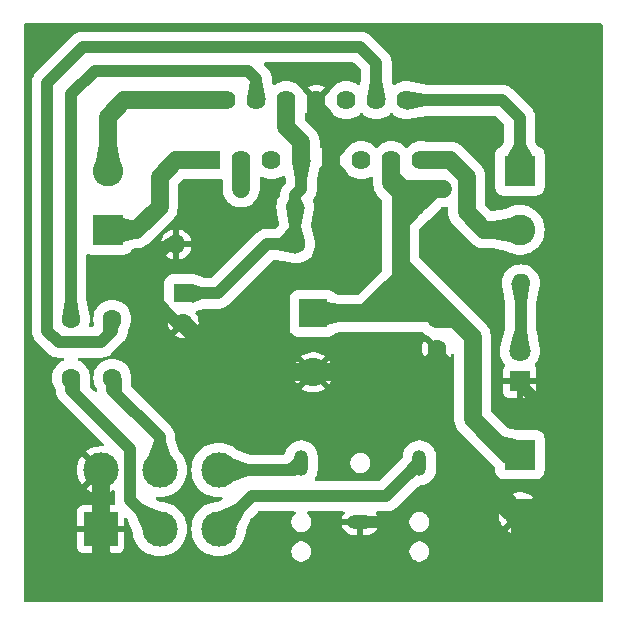
<source format=gbr>
%TF.GenerationSoftware,KiCad,Pcbnew,8.0.1*%
%TF.CreationDate,2024-06-17T12:02:08-07:00*%
%TF.ProjectId,TDA7297_PCB,54444137-3239-4375-9f50-43422e6b6963,rev?*%
%TF.SameCoordinates,Original*%
%TF.FileFunction,Copper,L2,Bot*%
%TF.FilePolarity,Positive*%
%FSLAX46Y46*%
G04 Gerber Fmt 4.6, Leading zero omitted, Abs format (unit mm)*
G04 Created by KiCad (PCBNEW 8.0.1) date 2024-06-17 12:02:08*
%MOMM*%
%LPD*%
G01*
G04 APERTURE LIST*
%TA.AperFunction,ComponentPad*%
%ADD10C,1.600000*%
%TD*%
%TA.AperFunction,ComponentPad*%
%ADD11O,1.600000X1.600000*%
%TD*%
%TA.AperFunction,ComponentPad*%
%ADD12R,2.600000X2.600000*%
%TD*%
%TA.AperFunction,ComponentPad*%
%ADD13C,2.600000*%
%TD*%
%TA.AperFunction,ComponentPad*%
%ADD14R,1.620000X1.620000*%
%TD*%
%TA.AperFunction,ComponentPad*%
%ADD15C,1.620000*%
%TD*%
%TA.AperFunction,ComponentPad*%
%ADD16R,3.000000X3.000000*%
%TD*%
%TA.AperFunction,ComponentPad*%
%ADD17C,3.000000*%
%TD*%
%TA.AperFunction,ComponentPad*%
%ADD18R,0.850000X0.850000*%
%TD*%
%TA.AperFunction,ComponentPad*%
%ADD19R,1.800000X1.800000*%
%TD*%
%TA.AperFunction,ComponentPad*%
%ADD20C,1.800000*%
%TD*%
%TA.AperFunction,ComponentPad*%
%ADD21R,2.400000X2.400000*%
%TD*%
%TA.AperFunction,ComponentPad*%
%ADD22C,2.400000*%
%TD*%
%TA.AperFunction,ComponentPad*%
%ADD23O,1.200000X2.200000*%
%TD*%
%TA.AperFunction,ComponentPad*%
%ADD24O,2.200000X1.200000*%
%TD*%
%TA.AperFunction,ComponentPad*%
%ADD25R,1.600000X1.600000*%
%TD*%
%TA.AperFunction,Conductor*%
%ADD26C,1.000000*%
%TD*%
%TA.AperFunction,Conductor*%
%ADD27C,1.500000*%
%TD*%
G04 APERTURE END LIST*
D10*
%TO.P,R3,1*%
%TO.N,+12V*%
X133420000Y-113500000D03*
D11*
%TO.P,R3,2*%
%TO.N,Net-(D1-A)*%
X143580000Y-113500000D03*
%TD*%
D12*
%TO.P,J1,1,Pin_1*%
%TO.N,+12V*%
X143500000Y-128000000D03*
D13*
%TO.P,J1,2,Pin_2*%
%TO.N,GND*%
X143500000Y-133000000D03*
%TD*%
D10*
%TO.P,R2,1*%
%TO.N,Net-(U1-MUTE)*%
X124572500Y-110200000D03*
D11*
%TO.P,R2,2*%
%TO.N,GND*%
X114412500Y-110200000D03*
%TD*%
D14*
%TO.P,U1,1,OUT1_P*%
%TO.N,Net-(J2-Pin_1)*%
X117387500Y-103080000D03*
D15*
%TO.P,U1,2,OUT1_M*%
%TO.N,Net-(J2-Pin_2)*%
X118657500Y-98000000D03*
%TO.P,U1,3,VCC*%
%TO.N,Net-(J5-Pin_1)*%
X119927500Y-103080000D03*
%TO.P,U1,4,IN1*%
%TO.N,Net-(U1-IN1)*%
X121197500Y-98000000D03*
%TO.P,U1,5*%
%TO.N,N/C*%
X122467500Y-103080000D03*
%TO.P,U1,6,MUTE*%
%TO.N,Net-(U1-MUTE)*%
X123737500Y-98000000D03*
%TO.P,U1,7,ST-BY*%
X125007500Y-103080000D03*
%TO.P,U1,8,PW-GND*%
%TO.N,GND*%
X126277500Y-98000000D03*
%TO.P,U1,9,S-GND*%
X127547500Y-103080000D03*
%TO.P,U1,10*%
%TO.N,N/C*%
X128817500Y-98000000D03*
%TO.P,U1,11*%
X130087500Y-103080000D03*
%TO.P,U1,12,IN2*%
%TO.N,Net-(U1-IN2)*%
X131357500Y-98000000D03*
%TO.P,U1,13,VCC*%
%TO.N,+12V*%
X132627500Y-103080000D03*
%TO.P,U1,14,OUT2_M*%
%TO.N,Net-(J3-Pin_1)*%
X133897500Y-98000000D03*
%TO.P,U1,15,OUT2_P*%
%TO.N,Net-(J3-Pin_2)*%
X135167500Y-103080000D03*
%TD*%
D16*
%TO.P,RV1,1,1*%
%TO.N,GND*%
X108000000Y-134305000D03*
D17*
%TO.P,RV1,2,2*%
%TO.N,/IN1*%
X113000000Y-134305000D03*
%TO.P,RV1,3,3*%
%TO.N,/L*%
X118000000Y-134305000D03*
%TO.P,RV1,4,4*%
%TO.N,GND*%
X108000000Y-129305000D03*
%TO.P,RV1,5,5*%
%TO.N,/IN2*%
X113000000Y-129305000D03*
%TO.P,RV1,6,6*%
%TO.N,/R*%
X118000000Y-129305000D03*
%TD*%
D18*
%TO.P,J6,1,Pin_1*%
%TO.N,+12V*%
X136995000Y-105400000D03*
%TD*%
%TO.P,J5,1,Pin_1*%
%TO.N,Net-(J5-Pin_1)*%
X119895000Y-105400000D03*
%TD*%
D19*
%TO.P,D1,1,K*%
%TO.N,GND*%
X143500000Y-121775000D03*
D20*
%TO.P,D1,2,A*%
%TO.N,Net-(D1-A)*%
X143500000Y-119235000D03*
%TD*%
D10*
%TO.P,C2,1*%
%TO.N,/IN1*%
X105500000Y-121500000D03*
%TO.P,C2,2*%
%TO.N,Net-(U1-IN1)*%
X105500000Y-116500000D03*
%TD*%
%TO.P,R1,1*%
%TO.N,+12V*%
X134652500Y-107040000D03*
D11*
%TO.P,R1,2*%
%TO.N,Net-(U1-MUTE)*%
X124492500Y-107040000D03*
%TD*%
D12*
%TO.P,J2,1,Pin_1*%
%TO.N,Net-(J2-Pin_1)*%
X108610000Y-108970000D03*
D13*
%TO.P,J2,2,Pin_2*%
%TO.N,Net-(J2-Pin_2)*%
X108610000Y-103970000D03*
%TD*%
D21*
%TO.P,C4,1*%
%TO.N,+12V*%
X126000000Y-116040000D03*
D22*
%TO.P,C4,2*%
%TO.N,GND*%
X126000000Y-121040000D03*
%TD*%
D10*
%TO.P,C5,1*%
%TO.N,+12V*%
X136500000Y-116540000D03*
%TO.P,C5,2*%
%TO.N,GND*%
X136500000Y-119040000D03*
%TD*%
D23*
%TO.P,J4,R*%
%TO.N,/R*%
X125000000Y-128705000D03*
D24*
%TO.P,J4,S*%
%TO.N,GND*%
X130000000Y-133705000D03*
D23*
%TO.P,J4,T*%
%TO.N,/L*%
X135000000Y-128705000D03*
%TD*%
D25*
%TO.P,C1,1*%
%TO.N,Net-(U1-MUTE)*%
X115000000Y-114334888D03*
D10*
%TO.P,C1,2*%
%TO.N,GND*%
X115000000Y-116834888D03*
%TD*%
%TO.P,C3,1*%
%TO.N,/IN2*%
X109000000Y-121500000D03*
%TO.P,C3,2*%
%TO.N,Net-(U1-IN2)*%
X109000000Y-116500000D03*
%TD*%
D12*
%TO.P,J3,1,Pin_1*%
%TO.N,Net-(J3-Pin_1)*%
X143500000Y-103970000D03*
D13*
%TO.P,J3,2,Pin_2*%
%TO.N,Net-(J3-Pin_2)*%
X143500000Y-108970000D03*
%TD*%
D26*
%TO.N,GND*%
X145250000Y-133750000D02*
X145250000Y-133250000D01*
D27*
X126040000Y-113000000D02*
X123540000Y-113000000D01*
D26*
X145500000Y-133000000D02*
X145250000Y-132750000D01*
X146500000Y-125000000D02*
X146500000Y-131000000D01*
D27*
X108000000Y-136500000D02*
X110955000Y-139455000D01*
D26*
X139000000Y-132000000D02*
X140000000Y-132000000D01*
X140000000Y-132000000D02*
X140500000Y-132000000D01*
D27*
X140045000Y-139455000D02*
X143000000Y-136500000D01*
X136500000Y-126000000D02*
X139750000Y-129250000D01*
D26*
X145750000Y-133750000D02*
X145250000Y-133250000D01*
D27*
X135500000Y-121000000D02*
X136500000Y-120000000D01*
X124000000Y-121040000D02*
X126000000Y-121040000D01*
D26*
X145250000Y-132250000D02*
X146500000Y-131000000D01*
D27*
X122000000Y-118040000D02*
X122000000Y-120540000D01*
X143500000Y-136000000D02*
X143500000Y-134500000D01*
D26*
X146500000Y-133000000D02*
X146500000Y-134000000D01*
D27*
X126277500Y-98000000D02*
X126277500Y-99277500D01*
D26*
X145250000Y-133250000D02*
X145000000Y-133000000D01*
X140500000Y-131000000D02*
X140500000Y-130000000D01*
D27*
X135500000Y-121040000D02*
X135540000Y-121040000D01*
X110955000Y-139455000D02*
X140045000Y-139455000D01*
X119205112Y-121040000D02*
X124000000Y-121040000D01*
D26*
X113800000Y-110200000D02*
X112500000Y-111500000D01*
X143500000Y-133000000D02*
X144250000Y-132250000D01*
D27*
X122000000Y-120540000D02*
X122000000Y-121040000D01*
X108000000Y-134305000D02*
X108000000Y-136500000D01*
X135500000Y-121040000D02*
X135500000Y-121000000D01*
X127547500Y-100547500D02*
X127547500Y-103080000D01*
D26*
X142750000Y-132250000D02*
X142500000Y-132000000D01*
X144750000Y-134250000D02*
X144500000Y-134500000D01*
X133090812Y-133705000D02*
X134795812Y-132000000D01*
D27*
X143500000Y-134500000D02*
X143500000Y-133000000D01*
X122000000Y-119040000D02*
X124000000Y-121040000D01*
D26*
X141500000Y-132000000D02*
X142500000Y-133000000D01*
X145000000Y-132250000D02*
X145250000Y-132250000D01*
X146500000Y-134000000D02*
X141045000Y-139455000D01*
D27*
X122000000Y-114540000D02*
X122000000Y-118040000D01*
X121250000Y-119790000D02*
X122000000Y-120540000D01*
X119602556Y-120437444D02*
X118602556Y-120437444D01*
D26*
X144250000Y-133750000D02*
X143500000Y-133000000D01*
X144750000Y-134250000D02*
X145250000Y-133750000D01*
D27*
X136500000Y-121040000D02*
X136500000Y-122000000D01*
X136500000Y-122000000D02*
X136500000Y-125540000D01*
X135540000Y-121040000D02*
X136500000Y-122000000D01*
X139750000Y-129250000D02*
X140500000Y-130000000D01*
D26*
X145000000Y-134500000D02*
X144750000Y-134250000D01*
X145750000Y-132250000D02*
X145250000Y-132750000D01*
X144750000Y-134250000D02*
X143500000Y-133000000D01*
X140500000Y-131000000D02*
X140500000Y-131500000D01*
D27*
X122000000Y-118040000D02*
X122000000Y-119040000D01*
X135500000Y-121040000D02*
X136500000Y-121040000D01*
D26*
X140500000Y-132000000D02*
X141500000Y-132000000D01*
D27*
X127547500Y-111492500D02*
X126040000Y-113000000D01*
X122000000Y-118040000D02*
X120250000Y-119790000D01*
X108000000Y-134765000D02*
X108000000Y-129765000D01*
D26*
X143500000Y-122000000D02*
X146500000Y-125000000D01*
X146500000Y-131500000D02*
X145750000Y-132250000D01*
X114412500Y-110200000D02*
X113800000Y-110200000D01*
D27*
X136500000Y-121040000D02*
X136500000Y-120000000D01*
D26*
X145000000Y-133000000D02*
X143500000Y-133000000D01*
X143500000Y-121775000D02*
X143500000Y-122000000D01*
X146500000Y-133000000D02*
X145750000Y-133750000D01*
X146500000Y-131500000D02*
X146500000Y-133000000D01*
D27*
X143500000Y-136000000D02*
X143500000Y-133000000D01*
D26*
X140500000Y-131000000D02*
X141500000Y-132000000D01*
X140000000Y-132000000D02*
X140500000Y-131500000D01*
D27*
X126277500Y-99277500D02*
X127547500Y-100547500D01*
D26*
X146500000Y-133000000D02*
X145500000Y-133000000D01*
X145000000Y-134500000D02*
X143500000Y-136000000D01*
X145000000Y-132250000D02*
X145750000Y-132250000D01*
X134795812Y-132000000D02*
X139000000Y-132000000D01*
D27*
X136500000Y-120000000D02*
X136500000Y-119040000D01*
D26*
X142500000Y-132000000D02*
X143500000Y-133000000D01*
X140500000Y-131500000D02*
X140500000Y-132000000D01*
X144250000Y-132250000D02*
X145000000Y-132250000D01*
X142500000Y-133000000D02*
X143500000Y-133000000D01*
D27*
X143000000Y-136500000D02*
X143500000Y-136000000D01*
D26*
X112500000Y-114834888D02*
X114500000Y-116834888D01*
D27*
X126000000Y-121040000D02*
X135500000Y-121040000D01*
X118602556Y-120437444D02*
X119205112Y-121040000D01*
D26*
X141045000Y-139455000D02*
X140045000Y-139455000D01*
X145250000Y-133750000D02*
X144250000Y-133750000D01*
X130000000Y-133705000D02*
X133090812Y-133705000D01*
X144500000Y-134500000D02*
X143500000Y-134500000D01*
D27*
X127547500Y-103080000D02*
X127547500Y-111492500D01*
X120250000Y-119790000D02*
X119602556Y-120437444D01*
D26*
X146500000Y-131000000D02*
X146500000Y-131500000D01*
X145000000Y-132250000D02*
X142750000Y-132250000D01*
X141500000Y-132000000D02*
X142500000Y-132000000D01*
X112500000Y-111500000D02*
X112500000Y-114834888D01*
X145750000Y-133750000D02*
X145000000Y-134500000D01*
D27*
X120250000Y-119790000D02*
X121250000Y-119790000D01*
X123540000Y-113000000D02*
X122000000Y-114540000D01*
D26*
X143500000Y-136000000D02*
X146500000Y-133000000D01*
D27*
X115000000Y-116834888D02*
X118602556Y-120437444D01*
D26*
X145250000Y-132750000D02*
X145000000Y-133000000D01*
D27*
X140500000Y-130000000D02*
X142500000Y-132000000D01*
D26*
%TO.N,Net-(U1-MUTE)*%
X125000000Y-105540000D02*
X124492500Y-106047500D01*
X124492500Y-107040000D02*
X124492500Y-109000000D01*
X125000000Y-103087500D02*
X125000000Y-105540000D01*
X123500000Y-110200000D02*
X122100000Y-110200000D01*
X124492500Y-110120000D02*
X124572500Y-110200000D01*
X124572500Y-110200000D02*
X123500000Y-110200000D01*
X123500000Y-109992500D02*
X124492500Y-109000000D01*
X124492500Y-107040000D02*
X124492500Y-108540000D01*
X124492500Y-106047500D02*
X124492500Y-108540000D01*
D27*
X125007500Y-101507500D02*
X125007500Y-103080000D01*
D26*
X122100000Y-110200000D02*
X117965112Y-114334888D01*
D27*
X123737500Y-98000000D02*
X123737500Y-100237500D01*
X123737500Y-100237500D02*
X125007500Y-101507500D01*
D26*
X125000000Y-103087500D02*
X125007500Y-103080000D01*
X117965112Y-114334888D02*
X115000000Y-114334888D01*
X123500000Y-110200000D02*
X123500000Y-109992500D01*
X124492500Y-109000000D02*
X124492500Y-110120000D01*
%TO.N,Net-(U1-IN1)*%
X121197500Y-96197500D02*
X120500000Y-95500000D01*
X105500000Y-97500000D02*
X105500000Y-116500000D01*
X120500000Y-95500000D02*
X107500000Y-95500000D01*
X107500000Y-95500000D02*
X105500000Y-97500000D01*
X121197500Y-98000000D02*
X121197500Y-96197500D01*
%TO.N,/IN1*%
X105500000Y-122500000D02*
X105500000Y-121500000D01*
X110500000Y-127500000D02*
X105500000Y-122500000D01*
X110500000Y-131805000D02*
X110500000Y-127500000D01*
X113000000Y-134305000D02*
X110500000Y-131805000D01*
%TO.N,Net-(U1-IN2)*%
X104500000Y-118500000D02*
X108000000Y-118500000D01*
X108000000Y-118500000D02*
X109000000Y-117500000D01*
X109000000Y-117500000D02*
X109000000Y-116500000D01*
X103500000Y-96500000D02*
X103500000Y-117500000D01*
X131357500Y-94857500D02*
X130000000Y-93500000D01*
X130000000Y-93500000D02*
X106500000Y-93500000D01*
X106500000Y-93500000D02*
X103500000Y-96500000D01*
X103500000Y-117500000D02*
X104500000Y-118500000D01*
X131357500Y-98000000D02*
X131357500Y-94857500D01*
%TO.N,/IN2*%
X109000000Y-121500000D02*
X109000000Y-122500000D01*
X113000000Y-126500000D02*
X113000000Y-129305000D01*
X109000000Y-122500000D02*
X113000000Y-126500000D01*
D27*
%TO.N,+12V*%
X133420000Y-113040000D02*
X133420000Y-112040000D01*
X133420000Y-113040000D02*
X133420000Y-114620000D01*
X129500000Y-116040000D02*
X132000000Y-116040000D01*
X139500000Y-125000000D02*
X142500000Y-128000000D01*
X133420000Y-105807500D02*
X133420000Y-108540000D01*
X138000000Y-116540000D02*
X139500000Y-118040000D01*
X134000000Y-115200000D02*
X133420000Y-114620000D01*
X133420000Y-114620000D02*
X132000000Y-116040000D01*
X133420000Y-113040000D02*
X133420000Y-113460000D01*
X134000000Y-116040000D02*
X134000000Y-115200000D01*
X136500000Y-116540000D02*
X138000000Y-116540000D01*
X133712500Y-106100000D02*
X133420000Y-105807500D01*
X134652500Y-107040000D02*
X133420000Y-105807500D01*
X137000000Y-105500000D02*
X133600000Y-105500000D01*
X138000000Y-116540000D02*
X133500000Y-112040000D01*
X133600000Y-105472500D02*
X132627500Y-104500000D01*
X132627500Y-105015000D02*
X132627500Y-104500000D01*
X133420000Y-105807500D02*
X132627500Y-105015000D01*
X133420000Y-112040000D02*
X133420000Y-108540000D01*
X133600000Y-105500000D02*
X133112500Y-105500000D01*
X139500000Y-118040000D02*
X139500000Y-125000000D01*
X142500000Y-128000000D02*
X143500000Y-128000000D01*
X137000000Y-105500000D02*
X136192500Y-105500000D01*
X133500000Y-112040000D02*
X133420000Y-112040000D01*
X134000000Y-116040000D02*
X136000000Y-116040000D01*
X134652500Y-107040000D02*
X133420000Y-108272500D01*
X133112500Y-105500000D02*
X132627500Y-105015000D01*
X132000000Y-116040000D02*
X134000000Y-116040000D01*
X133420000Y-113460000D02*
X136000000Y-116040000D01*
X126000000Y-116040000D02*
X129500000Y-116040000D01*
X130420000Y-116040000D02*
X129500000Y-116040000D01*
X133420000Y-108272500D02*
X133420000Y-108540000D01*
X133420000Y-113040000D02*
X130420000Y-116040000D01*
X133600000Y-105500000D02*
X133600000Y-105472500D01*
X136192500Y-105500000D02*
X134652500Y-107040000D01*
X136000000Y-116040000D02*
X136500000Y-116540000D01*
X132627500Y-104500000D02*
X132627500Y-103080000D01*
D26*
%TO.N,Net-(D1-A)*%
X143580000Y-119155000D02*
X143500000Y-119235000D01*
X143580000Y-113500000D02*
X143580000Y-119155000D01*
D27*
%TO.N,Net-(J2-Pin_1)*%
X114420000Y-103080000D02*
X113000000Y-104500000D01*
X113000000Y-104500000D02*
X113000000Y-107000000D01*
X111030000Y-108970000D02*
X108610000Y-108970000D01*
X117387500Y-103080000D02*
X114420000Y-103080000D01*
X113000000Y-107000000D02*
X111030000Y-108970000D01*
%TO.N,Net-(J2-Pin_2)*%
X118657500Y-98000000D02*
X110000000Y-98000000D01*
X108610000Y-99390000D02*
X108610000Y-103970000D01*
X110000000Y-98000000D02*
X108610000Y-99390000D01*
%TO.N,Net-(J3-Pin_2)*%
X135167500Y-103080000D02*
X136000000Y-103080000D01*
X137580000Y-103080000D02*
X135167500Y-103080000D01*
X140470000Y-108970000D02*
X139000000Y-107500000D01*
X143500000Y-108970000D02*
X140470000Y-108970000D01*
X139000000Y-107500000D02*
X139000000Y-104500000D01*
X139000000Y-104500000D02*
X137580000Y-103080000D01*
D26*
%TO.N,Net-(J3-Pin_1)*%
X142000000Y-98000000D02*
X143500000Y-99500000D01*
X133897500Y-98000000D02*
X142000000Y-98000000D01*
X143500000Y-99500000D02*
X143500000Y-103970000D01*
%TO.N,/L*%
X120805000Y-131500000D02*
X132205000Y-131500000D01*
X118000000Y-134305000D02*
X120805000Y-131500000D01*
X132205000Y-131500000D02*
X135000000Y-128705000D01*
%TO.N,/R*%
X124400000Y-129305000D02*
X118000000Y-129305000D01*
X125000000Y-128705000D02*
X124400000Y-129305000D01*
D27*
%TO.N,Net-(J5-Pin_1)*%
X119927500Y-103080000D02*
X119927500Y-105472500D01*
X119927500Y-105472500D02*
X119900000Y-105500000D01*
%TD*%
%TA.AperFunction,Conductor*%
%TO.N,/R*%
G36*
X124408367Y-128340392D02*
G01*
X124991945Y-128699429D01*
X124997196Y-128706683D01*
X124996319Y-128714545D01*
X124564684Y-129594856D01*
X124557965Y-129600776D01*
X124557283Y-129600986D01*
X123830695Y-129800926D01*
X123821809Y-129799817D01*
X123816310Y-129792749D01*
X123815891Y-129789645D01*
X123815891Y-128810619D01*
X123819318Y-128802346D01*
X123820277Y-128801487D01*
X123928826Y-128714545D01*
X124394924Y-128341224D01*
X124403521Y-128338728D01*
X124408367Y-128340392D01*
G37*
%TD.AperFunction*%
%TD*%
%TA.AperFunction,Conductor*%
%TO.N,Net-(U1-MUTE)*%
G36*
X125222546Y-107342407D02*
G01*
X125228885Y-107348732D01*
X125229511Y-107355720D01*
X124994511Y-108430798D01*
X124989397Y-108438149D01*
X124983081Y-108440000D01*
X124001919Y-108440000D01*
X123993646Y-108436573D01*
X123990489Y-108430799D01*
X123935409Y-108178824D01*
X123755488Y-107355719D01*
X123757069Y-107346906D01*
X123762451Y-107342408D01*
X124488036Y-107042843D01*
X124496964Y-107042843D01*
X125222546Y-107342407D01*
G37*
%TD.AperFunction*%
%TD*%
%TA.AperFunction,Conductor*%
%TO.N,Net-(U1-MUTE)*%
G36*
X124567424Y-109404438D02*
G01*
X124572317Y-109411938D01*
X124572517Y-109414079D01*
X124573500Y-110200000D01*
X124573500Y-110200030D01*
X124572517Y-110985920D01*
X124569080Y-110994188D01*
X124560802Y-110997605D01*
X124558661Y-110997405D01*
X122982044Y-110701789D01*
X122974544Y-110696896D01*
X122972500Y-110690289D01*
X122972500Y-109709710D01*
X122975927Y-109701437D01*
X122982042Y-109698210D01*
X124558663Y-109402594D01*
X124567424Y-109404438D01*
G37*
%TD.AperFunction*%
%TD*%
%TA.AperFunction,Conductor*%
%TO.N,Net-(U1-IN2)*%
G36*
X109002867Y-116500190D02*
G01*
X109727051Y-116801138D01*
X109733375Y-116807476D01*
X109733364Y-116816431D01*
X109732811Y-116817582D01*
X108936799Y-118264170D01*
X108929808Y-118269766D01*
X108920907Y-118268780D01*
X108918275Y-118266802D01*
X108225509Y-117574036D01*
X108222085Y-117566006D01*
X108200247Y-116511930D01*
X108203501Y-116503589D01*
X108211702Y-116499992D01*
X108211895Y-116499989D01*
X108998368Y-116499295D01*
X109002867Y-116500190D01*
G37*
%TD.AperFunction*%
%TD*%
%TA.AperFunction,Conductor*%
%TO.N,Net-(J3-Pin_1)*%
G36*
X144001042Y-101673427D02*
G01*
X144003234Y-101676468D01*
X144496723Y-102663447D01*
X144497358Y-102672379D01*
X144495534Y-102675809D01*
X143509276Y-103958931D01*
X143501518Y-103963402D01*
X143492870Y-103961077D01*
X143490724Y-103958931D01*
X142504465Y-102675809D01*
X142502140Y-102667161D01*
X142503276Y-102663447D01*
X142996766Y-101676468D01*
X143003531Y-101670600D01*
X143007231Y-101670000D01*
X143992769Y-101670000D01*
X144001042Y-101673427D01*
G37*
%TD.AperFunction*%
%TD*%
%TA.AperFunction,Conductor*%
%TO.N,/IN2*%
G36*
X113500018Y-126808427D02*
G01*
X113502768Y-126812777D01*
X113997644Y-128203178D01*
X113997189Y-128212121D01*
X113995265Y-128214986D01*
X113008644Y-129296524D01*
X113000536Y-129300327D01*
X112992115Y-129297283D01*
X112991356Y-129296524D01*
X112004734Y-128214986D01*
X112001690Y-128206565D01*
X112002353Y-128203183D01*
X112497232Y-126812777D01*
X112503235Y-126806132D01*
X112508255Y-126805000D01*
X113491745Y-126805000D01*
X113500018Y-126808427D01*
G37*
%TD.AperFunction*%
%TD*%
%TA.AperFunction,Conductor*%
%TO.N,Net-(U1-MUTE)*%
G36*
X125803300Y-103079982D02*
G01*
X125811568Y-103083419D01*
X125814985Y-103091696D01*
X125814766Y-103093934D01*
X125501853Y-104689060D01*
X125496898Y-104696519D01*
X125490372Y-104698508D01*
X124509716Y-104698508D01*
X124501443Y-104695081D01*
X124498215Y-104688958D01*
X124200085Y-103093832D01*
X124201934Y-103085070D01*
X124209436Y-103080181D01*
X124211565Y-103079982D01*
X125007500Y-103079000D01*
X125803300Y-103079982D01*
G37*
%TD.AperFunction*%
%TD*%
%TA.AperFunction,Conductor*%
%TO.N,+12V*%
G36*
X142029438Y-126463887D02*
G01*
X143131580Y-126698524D01*
X143138957Y-126703598D01*
X143140414Y-126706828D01*
X143497787Y-127990224D01*
X143496705Y-127999114D01*
X143490462Y-128004377D01*
X142205984Y-128464583D01*
X142197040Y-128464148D01*
X142194944Y-128462873D01*
X140973204Y-127531336D01*
X140968704Y-127523597D01*
X140970995Y-127514940D01*
X140972019Y-127513768D01*
X142018730Y-126467057D01*
X142027002Y-126463631D01*
X142029438Y-126463887D01*
G37*
%TD.AperFunction*%
%TD*%
%TA.AperFunction,Conductor*%
%TO.N,/IN1*%
G36*
X111606272Y-132200208D02*
G01*
X112129558Y-132444675D01*
X112919562Y-132813748D01*
X112925607Y-132820354D01*
X112926295Y-132823761D01*
X113000058Y-134292786D01*
X112997051Y-134301221D01*
X112988960Y-134305058D01*
X112987786Y-134305058D01*
X111518761Y-134231295D01*
X111510670Y-134227458D01*
X111508748Y-134224562D01*
X110895208Y-132911272D01*
X110894811Y-132902326D01*
X110897533Y-132898049D01*
X111593048Y-132202534D01*
X111601320Y-132199108D01*
X111606272Y-132200208D01*
G37*
%TD.AperFunction*%
%TD*%
%TA.AperFunction,Conductor*%
%TO.N,Net-(J3-Pin_1)*%
G36*
X133911378Y-97192655D02*
G01*
X135508000Y-97498182D01*
X135515481Y-97503101D01*
X135517500Y-97509672D01*
X135517500Y-98490327D01*
X135514073Y-98498600D01*
X135507999Y-98501818D01*
X133911381Y-98807343D01*
X133902611Y-98805533D01*
X133897691Y-98798051D01*
X133897482Y-98795871D01*
X133896500Y-98000000D01*
X133897482Y-97204131D01*
X133900919Y-97195864D01*
X133909196Y-97192447D01*
X133911378Y-97192655D01*
G37*
%TD.AperFunction*%
%TD*%
%TA.AperFunction,Conductor*%
%TO.N,/IN2*%
G36*
X109788066Y-121499989D02*
G01*
X109796335Y-121503423D01*
X109799755Y-121511699D01*
X109799752Y-121511931D01*
X109777914Y-122566005D01*
X109774490Y-122574036D01*
X109081724Y-123266802D01*
X109073451Y-123270229D01*
X109065178Y-123266802D01*
X109063200Y-123264170D01*
X108267188Y-121817582D01*
X108266202Y-121808681D01*
X108271798Y-121801690D01*
X108272931Y-121801145D01*
X108997133Y-121500190D01*
X109001630Y-121499295D01*
X109788066Y-121499989D01*
G37*
%TD.AperFunction*%
%TD*%
%TA.AperFunction,Conductor*%
%TO.N,GND*%
G36*
X129476992Y-94820185D02*
G01*
X129497634Y-94836819D01*
X130020681Y-95359866D01*
X130054166Y-95421189D01*
X130057000Y-95447547D01*
X130057000Y-96265737D01*
X130054790Y-96289043D01*
X129988016Y-96637985D01*
X129956082Y-96700130D01*
X129895620Y-96735145D01*
X129825825Y-96731913D01*
X129785695Y-96708969D01*
X129767055Y-96693049D01*
X129767052Y-96693047D01*
X129767050Y-96693045D01*
X129550913Y-96560596D01*
X129316706Y-96463585D01*
X129070213Y-96404408D01*
X129070214Y-96404408D01*
X128817500Y-96384520D01*
X128564785Y-96404408D01*
X128318293Y-96463585D01*
X128084086Y-96560596D01*
X127867949Y-96693045D01*
X127867947Y-96693046D01*
X127675183Y-96857683D01*
X127510546Y-97050447D01*
X127510545Y-97050450D01*
X127407339Y-97218866D01*
X127389293Y-97241757D01*
X126793122Y-97837929D01*
X126780700Y-97791568D01*
X126709608Y-97668432D01*
X126609068Y-97567892D01*
X126485932Y-97496800D01*
X126439570Y-97484377D01*
X127010152Y-96913794D01*
X126934999Y-96861171D01*
X126727259Y-96764301D01*
X126727250Y-96764297D01*
X126505853Y-96704975D01*
X126505843Y-96704973D01*
X126277501Y-96684996D01*
X126277499Y-96684996D01*
X126049156Y-96704973D01*
X126049146Y-96704975D01*
X125827749Y-96764297D01*
X125827740Y-96764301D01*
X125620002Y-96861171D01*
X125544846Y-96913794D01*
X126115430Y-97484377D01*
X126069068Y-97496800D01*
X125945932Y-97567892D01*
X125845392Y-97668432D01*
X125774300Y-97791568D01*
X125761877Y-97837929D01*
X125165708Y-97241760D01*
X125147662Y-97218869D01*
X125044454Y-97050450D01*
X125044453Y-97050447D01*
X124927740Y-96913794D01*
X124879817Y-96857683D01*
X124732559Y-96731913D01*
X124687052Y-96693046D01*
X124687050Y-96693045D01*
X124470913Y-96560596D01*
X124236706Y-96463585D01*
X123990213Y-96404408D01*
X123990214Y-96404408D01*
X123737500Y-96384520D01*
X123484785Y-96404408D01*
X123238293Y-96463585D01*
X123004086Y-96560596D01*
X122787947Y-96693047D01*
X122787937Y-96693054D01*
X122769300Y-96708971D01*
X122705538Y-96737539D01*
X122636453Y-96727100D01*
X122583978Y-96680967D01*
X122566982Y-96637983D01*
X122552173Y-96560596D01*
X122500210Y-96289043D01*
X122498000Y-96265739D01*
X122498000Y-96095143D01*
X122483054Y-96000783D01*
X122483054Y-96000782D01*
X122465977Y-95892968D01*
X122465977Y-95892965D01*
X122404227Y-95702920D01*
X122403165Y-95699154D01*
X122340765Y-95576687D01*
X122309786Y-95515888D01*
X122189466Y-95350281D01*
X121851366Y-95012181D01*
X121817881Y-94950858D01*
X121822865Y-94881166D01*
X121864737Y-94825233D01*
X121930201Y-94800816D01*
X121939047Y-94800500D01*
X129409953Y-94800500D01*
X129476992Y-94820185D01*
G37*
%TD.AperFunction*%
%TA.AperFunction,Conductor*%
G36*
X150442539Y-91520185D02*
G01*
X150488294Y-91572989D01*
X150499500Y-91624500D01*
X150499500Y-140375500D01*
X150479815Y-140442539D01*
X150427011Y-140488294D01*
X150375500Y-140499500D01*
X101624500Y-140499500D01*
X101557461Y-140479815D01*
X101511706Y-140427011D01*
X101500500Y-140375500D01*
X101500500Y-117602351D01*
X102199500Y-117602351D01*
X102231522Y-117804533D01*
X102242668Y-117838835D01*
X102294781Y-117999223D01*
X102326336Y-118061152D01*
X102333455Y-118075123D01*
X102387713Y-118181611D01*
X102508034Y-118347219D01*
X102508035Y-118347220D01*
X102508036Y-118347221D01*
X103504908Y-119344092D01*
X103504922Y-119344107D01*
X103508033Y-119347218D01*
X103508034Y-119347219D01*
X103652781Y-119491966D01*
X103652784Y-119491968D01*
X103652787Y-119491971D01*
X103730732Y-119548600D01*
X103763998Y-119572769D01*
X103818390Y-119612287D01*
X103900682Y-119654217D01*
X104000781Y-119705221D01*
X104000784Y-119705222D01*
X104098124Y-119736849D01*
X104195466Y-119768477D01*
X104397648Y-119800500D01*
X104397649Y-119800500D01*
X104797256Y-119800500D01*
X104864295Y-119820185D01*
X104910050Y-119872989D01*
X104919994Y-119942147D01*
X104890969Y-120005703D01*
X104844708Y-120039061D01*
X104771144Y-120069531D01*
X104771141Y-120069533D01*
X104556346Y-120201160D01*
X104556343Y-120201161D01*
X104364776Y-120364776D01*
X104201161Y-120556343D01*
X104201160Y-120556346D01*
X104069533Y-120771140D01*
X103973126Y-121003889D01*
X103914317Y-121248848D01*
X103894551Y-121500000D01*
X103914317Y-121751151D01*
X103973126Y-121996110D01*
X104069533Y-122228859D01*
X104112786Y-122299440D01*
X104115697Y-122304449D01*
X104184138Y-122428825D01*
X104199500Y-122488606D01*
X104199500Y-122602352D01*
X104230620Y-122798836D01*
X104231523Y-122804534D01*
X104231524Y-122804537D01*
X104231525Y-122804542D01*
X104294780Y-122999218D01*
X104294780Y-122999219D01*
X104311579Y-123032190D01*
X104319078Y-123046906D01*
X104387713Y-123181611D01*
X104508034Y-123347219D01*
X106813596Y-125652781D01*
X108261113Y-127100297D01*
X108294598Y-127161620D01*
X108289614Y-127231312D01*
X108247742Y-127287245D01*
X108182278Y-127311662D01*
X108164586Y-127311662D01*
X108000001Y-127299891D01*
X107999999Y-127299891D01*
X107714637Y-127320300D01*
X107435104Y-127381109D01*
X107167041Y-127481091D01*
X106915961Y-127618191D01*
X106915953Y-127618196D01*
X106773436Y-127724882D01*
X107788940Y-128740387D01*
X107768409Y-128745889D01*
X107631592Y-128824881D01*
X107519881Y-128936592D01*
X107440889Y-129073409D01*
X107435387Y-129093940D01*
X106419883Y-128078436D01*
X106419882Y-128078437D01*
X106313196Y-128220953D01*
X106313191Y-128220961D01*
X106176091Y-128472041D01*
X106076109Y-128740104D01*
X106015300Y-129019637D01*
X105994891Y-129304998D01*
X105994891Y-129305001D01*
X106015300Y-129590362D01*
X106076109Y-129869895D01*
X106176091Y-130137958D01*
X106313191Y-130389038D01*
X106313196Y-130389046D01*
X106419882Y-130531561D01*
X106419883Y-130531562D01*
X107435387Y-129516058D01*
X107440889Y-129536591D01*
X107519881Y-129673408D01*
X107631592Y-129785119D01*
X107768409Y-129864111D01*
X107788939Y-129869611D01*
X106773436Y-130885115D01*
X106915960Y-130991807D01*
X106915961Y-130991808D01*
X107167042Y-131128908D01*
X107167041Y-131128908D01*
X107435104Y-131228890D01*
X107714637Y-131289699D01*
X107999999Y-131310109D01*
X108000001Y-131310109D01*
X108285362Y-131289699D01*
X108564895Y-131228890D01*
X108832958Y-131128908D01*
X109016073Y-131028920D01*
X109084346Y-131014068D01*
X109149810Y-131038485D01*
X109191682Y-131094418D01*
X109199500Y-131137752D01*
X109199500Y-131907357D01*
X109227472Y-132083961D01*
X109231521Y-132109525D01*
X109231522Y-132109529D01*
X109231523Y-132109534D01*
X109242294Y-132142683D01*
X109244289Y-132212522D01*
X109208209Y-132272355D01*
X109145508Y-132303184D01*
X109124363Y-132305000D01*
X108250000Y-132305000D01*
X108250000Y-133756517D01*
X108231591Y-133745889D01*
X108078991Y-133705000D01*
X107921009Y-133705000D01*
X107768409Y-133745889D01*
X107750000Y-133756517D01*
X107750000Y-132305000D01*
X106452155Y-132305000D01*
X106392627Y-132311401D01*
X106392620Y-132311403D01*
X106257913Y-132361645D01*
X106257906Y-132361649D01*
X106142812Y-132447809D01*
X106142809Y-132447812D01*
X106056649Y-132562906D01*
X106056645Y-132562913D01*
X106006403Y-132697620D01*
X106006401Y-132697627D01*
X106000000Y-132757155D01*
X106000000Y-134055000D01*
X107451518Y-134055000D01*
X107440889Y-134073409D01*
X107400000Y-134226009D01*
X107400000Y-134383991D01*
X107440889Y-134536591D01*
X107451518Y-134555000D01*
X106000000Y-134555000D01*
X106000000Y-135852844D01*
X106006401Y-135912372D01*
X106006403Y-135912379D01*
X106056645Y-136047086D01*
X106056649Y-136047093D01*
X106142809Y-136162187D01*
X106142812Y-136162190D01*
X106257906Y-136248350D01*
X106257913Y-136248354D01*
X106392620Y-136298596D01*
X106392627Y-136298598D01*
X106452155Y-136304999D01*
X106452172Y-136305000D01*
X107750000Y-136305000D01*
X107750000Y-134853482D01*
X107768409Y-134864111D01*
X107921009Y-134905000D01*
X108078991Y-134905000D01*
X108231591Y-134864111D01*
X108250000Y-134853482D01*
X108250000Y-136305000D01*
X109547828Y-136305000D01*
X109547844Y-136304999D01*
X109607372Y-136298598D01*
X109607379Y-136298596D01*
X109742086Y-136248354D01*
X109742093Y-136248350D01*
X109857187Y-136162190D01*
X109857190Y-136162187D01*
X109943350Y-136047093D01*
X109943354Y-136047086D01*
X109993596Y-135912379D01*
X109993598Y-135912372D01*
X109999999Y-135852844D01*
X110000000Y-135852827D01*
X110000000Y-134555000D01*
X108548482Y-134555000D01*
X108559111Y-134536591D01*
X108600000Y-134383991D01*
X108600000Y-134226009D01*
X108559111Y-134073409D01*
X108548482Y-134055000D01*
X110000000Y-134055000D01*
X110000000Y-133456511D01*
X110019685Y-133389472D01*
X110072489Y-133343717D01*
X110141647Y-133333773D01*
X110205203Y-133362798D01*
X110236343Y-133404024D01*
X110516677Y-134004081D01*
X110690786Y-134376764D01*
X110702175Y-134421139D01*
X110714285Y-134605903D01*
X110714288Y-134605930D01*
X110773118Y-134901683D01*
X110773122Y-134901698D01*
X110870053Y-135187247D01*
X110870062Y-135187268D01*
X111003431Y-135457713D01*
X111003435Y-135457720D01*
X111170973Y-135708459D01*
X111369810Y-135935189D01*
X111596540Y-136134026D01*
X111847279Y-136301564D01*
X111847286Y-136301568D01*
X112117731Y-136434937D01*
X112117736Y-136434939D01*
X112117748Y-136434945D01*
X112403309Y-136531880D01*
X112603251Y-136571651D01*
X112699069Y-136590711D01*
X112699070Y-136590711D01*
X112699080Y-136590713D01*
X113000000Y-136610436D01*
X113300920Y-136590713D01*
X113596691Y-136531880D01*
X113882252Y-136434945D01*
X114152718Y-136301566D01*
X114403461Y-136134025D01*
X114630189Y-135935189D01*
X114829025Y-135708461D01*
X114996566Y-135457718D01*
X115129945Y-135187252D01*
X115226880Y-134901691D01*
X115285713Y-134605920D01*
X115305436Y-134305000D01*
X115694564Y-134305000D01*
X115711488Y-134563221D01*
X115714287Y-134605918D01*
X115714288Y-134605930D01*
X115773118Y-134901683D01*
X115773122Y-134901698D01*
X115870053Y-135187247D01*
X115870062Y-135187268D01*
X116003431Y-135457713D01*
X116003435Y-135457720D01*
X116170973Y-135708459D01*
X116369810Y-135935189D01*
X116596540Y-136134026D01*
X116847279Y-136301564D01*
X116847286Y-136301568D01*
X117117731Y-136434937D01*
X117117736Y-136434939D01*
X117117748Y-136434945D01*
X117403309Y-136531880D01*
X117603251Y-136571651D01*
X117699069Y-136590711D01*
X117699070Y-136590711D01*
X117699080Y-136590713D01*
X118000000Y-136610436D01*
X118300920Y-136590713D01*
X118596691Y-136531880D01*
X118882252Y-136434945D01*
X119152718Y-136301566D01*
X119171867Y-136288771D01*
X124149500Y-136288771D01*
X124182182Y-136453074D01*
X124182184Y-136453082D01*
X124246295Y-136607860D01*
X124339373Y-136747162D01*
X124457837Y-136865626D01*
X124550494Y-136927537D01*
X124597137Y-136958703D01*
X124751918Y-137022816D01*
X124916228Y-137055499D01*
X124916232Y-137055500D01*
X124916233Y-137055500D01*
X125083768Y-137055500D01*
X125083769Y-137055499D01*
X125248082Y-137022816D01*
X125402863Y-136958703D01*
X125542162Y-136865626D01*
X125660626Y-136747162D01*
X125753703Y-136607863D01*
X125817816Y-136453082D01*
X125850499Y-136288771D01*
X134149500Y-136288771D01*
X134182182Y-136453074D01*
X134182184Y-136453082D01*
X134246295Y-136607860D01*
X134339373Y-136747162D01*
X134457837Y-136865626D01*
X134550494Y-136927537D01*
X134597137Y-136958703D01*
X134751918Y-137022816D01*
X134916228Y-137055499D01*
X134916232Y-137055500D01*
X134916233Y-137055500D01*
X135083768Y-137055500D01*
X135083769Y-137055499D01*
X135248082Y-137022816D01*
X135402863Y-136958703D01*
X135542162Y-136865626D01*
X135660626Y-136747162D01*
X135753703Y-136607863D01*
X135817816Y-136453082D01*
X135850500Y-136288767D01*
X135850500Y-136121233D01*
X135817816Y-135956918D01*
X135753703Y-135802137D01*
X135722537Y-135755494D01*
X135660626Y-135662837D01*
X135542162Y-135544373D01*
X135402860Y-135451295D01*
X135248082Y-135387184D01*
X135248074Y-135387182D01*
X135083771Y-135354500D01*
X135083767Y-135354500D01*
X134916233Y-135354500D01*
X134916228Y-135354500D01*
X134751925Y-135387182D01*
X134751917Y-135387184D01*
X134597139Y-135451295D01*
X134457837Y-135544373D01*
X134339373Y-135662837D01*
X134246295Y-135802139D01*
X134182184Y-135956917D01*
X134182182Y-135956925D01*
X134149500Y-136121228D01*
X134149500Y-136288771D01*
X125850499Y-136288771D01*
X125850500Y-136288767D01*
X125850500Y-136121233D01*
X125817816Y-135956918D01*
X125753703Y-135802137D01*
X125722537Y-135755494D01*
X125660626Y-135662837D01*
X125542162Y-135544373D01*
X125402860Y-135451295D01*
X125248082Y-135387184D01*
X125248074Y-135387182D01*
X125083771Y-135354500D01*
X125083767Y-135354500D01*
X124916233Y-135354500D01*
X124916228Y-135354500D01*
X124751925Y-135387182D01*
X124751917Y-135387184D01*
X124597139Y-135451295D01*
X124457837Y-135544373D01*
X124339373Y-135662837D01*
X124246295Y-135802139D01*
X124182184Y-135956917D01*
X124182182Y-135956925D01*
X124149500Y-136121228D01*
X124149500Y-136288771D01*
X119171867Y-136288771D01*
X119403461Y-136134025D01*
X119630189Y-135935189D01*
X119829025Y-135708461D01*
X119996566Y-135457718D01*
X120129945Y-135187252D01*
X120226880Y-134901691D01*
X120285713Y-134605920D01*
X120297823Y-134421131D01*
X120309211Y-134376763D01*
X120775021Y-133379692D01*
X120799680Y-133344503D01*
X121307366Y-132836819D01*
X121368689Y-132803334D01*
X121395047Y-132800500D01*
X124414048Y-132800500D01*
X124481087Y-132820185D01*
X124526842Y-132872989D01*
X124536786Y-132942147D01*
X124507761Y-133005703D01*
X124482939Y-133027601D01*
X124476410Y-133031964D01*
X124457835Y-133044375D01*
X124339373Y-133162837D01*
X124246295Y-133302139D01*
X124182184Y-133456917D01*
X124182182Y-133456925D01*
X124149500Y-133621228D01*
X124149500Y-133788771D01*
X124182182Y-133953074D01*
X124182184Y-133953082D01*
X124246295Y-134107860D01*
X124339373Y-134247162D01*
X124457837Y-134365626D01*
X124506109Y-134397880D01*
X124597137Y-134458703D01*
X124751918Y-134522816D01*
X124913719Y-134555000D01*
X124916228Y-134555499D01*
X124916232Y-134555500D01*
X124916233Y-134555500D01*
X125083768Y-134555500D01*
X125083769Y-134555499D01*
X125248082Y-134522816D01*
X125402863Y-134458703D01*
X125542162Y-134365626D01*
X125660626Y-134247162D01*
X125753703Y-134107863D01*
X125817022Y-133955000D01*
X128425885Y-133955000D01*
X128427085Y-133962584D01*
X128480591Y-134127255D01*
X128559195Y-134281524D01*
X128660967Y-134421602D01*
X128783397Y-134544032D01*
X128923475Y-134645804D01*
X129077742Y-134724408D01*
X129242415Y-134777914D01*
X129413429Y-134805000D01*
X129750000Y-134805000D01*
X129750000Y-133955000D01*
X130250000Y-133955000D01*
X130250000Y-134805000D01*
X130586571Y-134805000D01*
X130757584Y-134777914D01*
X130922257Y-134724408D01*
X131076524Y-134645804D01*
X131216602Y-134544032D01*
X131339032Y-134421602D01*
X131440804Y-134281524D01*
X131519408Y-134127255D01*
X131572914Y-133962584D01*
X131574115Y-133955000D01*
X130250000Y-133955000D01*
X129750000Y-133955000D01*
X128425885Y-133955000D01*
X125817022Y-133955000D01*
X125817816Y-133953082D01*
X125850500Y-133788767D01*
X125850500Y-133744782D01*
X129300000Y-133744782D01*
X129330448Y-133818291D01*
X129386709Y-133874552D01*
X129460218Y-133905000D01*
X130539782Y-133905000D01*
X130613291Y-133874552D01*
X130669552Y-133818291D01*
X130681779Y-133788771D01*
X134149500Y-133788771D01*
X134182182Y-133953074D01*
X134182184Y-133953082D01*
X134246295Y-134107860D01*
X134339373Y-134247162D01*
X134457837Y-134365626D01*
X134506109Y-134397880D01*
X134597137Y-134458703D01*
X134751918Y-134522816D01*
X134913719Y-134555000D01*
X134916228Y-134555499D01*
X134916232Y-134555500D01*
X134916233Y-134555500D01*
X135083768Y-134555500D01*
X135083769Y-134555499D01*
X135248082Y-134522816D01*
X135402863Y-134458703D01*
X135542162Y-134365626D01*
X135660626Y-134247162D01*
X135753703Y-134107863D01*
X135817816Y-133953082D01*
X135850500Y-133788767D01*
X135850500Y-133621233D01*
X135817816Y-133456918D01*
X135753703Y-133302137D01*
X135678507Y-133189598D01*
X135660626Y-133162837D01*
X135542162Y-133044373D01*
X135475759Y-133000004D01*
X141694953Y-133000004D01*
X141715113Y-133269026D01*
X141715113Y-133269028D01*
X141775142Y-133532033D01*
X141775148Y-133532052D01*
X141873709Y-133783181D01*
X141873708Y-133783181D01*
X142008602Y-134016822D01*
X142062294Y-134084151D01*
X142062295Y-134084151D01*
X142898958Y-133247488D01*
X142923978Y-133307890D01*
X142995112Y-133414351D01*
X143085649Y-133504888D01*
X143192110Y-133576022D01*
X143252510Y-133601041D01*
X142414848Y-134438702D01*
X142597483Y-134563220D01*
X142597485Y-134563221D01*
X142840539Y-134680269D01*
X142840537Y-134680269D01*
X143098337Y-134759790D01*
X143098343Y-134759792D01*
X143365101Y-134799999D01*
X143365110Y-134800000D01*
X143634890Y-134800000D01*
X143634898Y-134799999D01*
X143901656Y-134759792D01*
X143901662Y-134759790D01*
X144159461Y-134680269D01*
X144402521Y-134563218D01*
X144585150Y-134438702D01*
X143747488Y-133601041D01*
X143807890Y-133576022D01*
X143914351Y-133504888D01*
X144004888Y-133414351D01*
X144076022Y-133307890D01*
X144101041Y-133247488D01*
X144937703Y-134084151D01*
X144937704Y-134084150D01*
X144991393Y-134016828D01*
X144991400Y-134016817D01*
X145126290Y-133783181D01*
X145224851Y-133532052D01*
X145224857Y-133532033D01*
X145284886Y-133269028D01*
X145284886Y-133269026D01*
X145305047Y-133000004D01*
X145305047Y-132999995D01*
X145284886Y-132730973D01*
X145284886Y-132730971D01*
X145224857Y-132467966D01*
X145224851Y-132467947D01*
X145126290Y-132216818D01*
X145126291Y-132216818D01*
X144991397Y-131983177D01*
X144937704Y-131915847D01*
X144101041Y-132752510D01*
X144076022Y-132692110D01*
X144004888Y-132585649D01*
X143914351Y-132495112D01*
X143807890Y-132423978D01*
X143747488Y-132398958D01*
X144585150Y-131561296D01*
X144402517Y-131436779D01*
X144402516Y-131436778D01*
X144159460Y-131319730D01*
X144159462Y-131319730D01*
X143901662Y-131240209D01*
X143901656Y-131240207D01*
X143634898Y-131200000D01*
X143365101Y-131200000D01*
X143098343Y-131240207D01*
X143098337Y-131240209D01*
X142840538Y-131319730D01*
X142597485Y-131436778D01*
X142597476Y-131436783D01*
X142414848Y-131561296D01*
X143252511Y-132398958D01*
X143192110Y-132423978D01*
X143085649Y-132495112D01*
X142995112Y-132585649D01*
X142923978Y-132692110D01*
X142898958Y-132752511D01*
X142062295Y-131915848D01*
X142008600Y-131983180D01*
X141873709Y-132216818D01*
X141775148Y-132467947D01*
X141775142Y-132467966D01*
X141715113Y-132730971D01*
X141715113Y-132730973D01*
X141694953Y-132999995D01*
X141694953Y-133000004D01*
X135475759Y-133000004D01*
X135402860Y-132951295D01*
X135248082Y-132887184D01*
X135248074Y-132887182D01*
X135083771Y-132854500D01*
X135083767Y-132854500D01*
X134916233Y-132854500D01*
X134916228Y-132854500D01*
X134751925Y-132887182D01*
X134751917Y-132887184D01*
X134597139Y-132951295D01*
X134457837Y-133044373D01*
X134339373Y-133162837D01*
X134246295Y-133302139D01*
X134182184Y-133456917D01*
X134182182Y-133456925D01*
X134149500Y-133621228D01*
X134149500Y-133788771D01*
X130681779Y-133788771D01*
X130700000Y-133744782D01*
X130700000Y-133665218D01*
X130669552Y-133591709D01*
X130613291Y-133535448D01*
X130539782Y-133505000D01*
X129460218Y-133505000D01*
X129386709Y-133535448D01*
X129330448Y-133591709D01*
X129300000Y-133665218D01*
X129300000Y-133744782D01*
X125850500Y-133744782D01*
X125850500Y-133621233D01*
X125817816Y-133456918D01*
X125753703Y-133302137D01*
X125678507Y-133189598D01*
X125660626Y-133162837D01*
X125542164Y-133044375D01*
X125529915Y-133036191D01*
X125517061Y-133027602D01*
X125472256Y-132973991D01*
X125463549Y-132904666D01*
X125493703Y-132841638D01*
X125553146Y-132804918D01*
X125585952Y-132800500D01*
X128554119Y-132800500D01*
X128621158Y-132820185D01*
X128666913Y-132872989D01*
X128676857Y-132942147D01*
X128654437Y-132997385D01*
X128559198Y-133128471D01*
X128480591Y-133282744D01*
X128427085Y-133447415D01*
X128425884Y-133454999D01*
X128425885Y-133455000D01*
X131574115Y-133455000D01*
X131574115Y-133454999D01*
X131572914Y-133447415D01*
X131519408Y-133282744D01*
X131440801Y-133128471D01*
X131345563Y-132997385D01*
X131322083Y-132931579D01*
X131337909Y-132863525D01*
X131388015Y-132814830D01*
X131445881Y-132800500D01*
X132307351Y-132800500D01*
X132307352Y-132800500D01*
X132509535Y-132768477D01*
X132606876Y-132736848D01*
X132704219Y-132705220D01*
X132808239Y-132652219D01*
X132886611Y-132612287D01*
X133052219Y-132491966D01*
X134827447Y-130716736D01*
X134844732Y-130702339D01*
X134953390Y-130627416D01*
X135019755Y-130605565D01*
X135023780Y-130605500D01*
X135110221Y-130605500D01*
X135110222Y-130605500D01*
X135327951Y-130571015D01*
X135537606Y-130502895D01*
X135734022Y-130402815D01*
X135912365Y-130273242D01*
X136068242Y-130117365D01*
X136197815Y-129939022D01*
X136297895Y-129742606D01*
X136366015Y-129532951D01*
X136400500Y-129315222D01*
X136400500Y-128094778D01*
X136366015Y-127877049D01*
X136297895Y-127667394D01*
X136297895Y-127667393D01*
X136263237Y-127599375D01*
X136197815Y-127470978D01*
X136082066Y-127311662D01*
X136068247Y-127292641D01*
X136068243Y-127292636D01*
X135912363Y-127136756D01*
X135912358Y-127136752D01*
X135734025Y-127007187D01*
X135734024Y-127007186D01*
X135734022Y-127007185D01*
X135671096Y-126975122D01*
X135537606Y-126907104D01*
X135537603Y-126907103D01*
X135327952Y-126838985D01*
X135219086Y-126821742D01*
X135110222Y-126804500D01*
X134889778Y-126804500D01*
X134817201Y-126815995D01*
X134672047Y-126838985D01*
X134462396Y-126907103D01*
X134462393Y-126907104D01*
X134265974Y-127007187D01*
X134087641Y-127136752D01*
X134087636Y-127136756D01*
X133931756Y-127292636D01*
X133931752Y-127292641D01*
X133802187Y-127470974D01*
X133702104Y-127667393D01*
X133702103Y-127667396D01*
X133633985Y-127877047D01*
X133599500Y-128094778D01*
X133599500Y-128110989D01*
X133579815Y-128178028D01*
X133570228Y-128191005D01*
X133025008Y-128836473D01*
X133024997Y-128836487D01*
X133018006Y-128845912D01*
X133006099Y-128859714D01*
X131702634Y-130163181D01*
X131641311Y-130196666D01*
X131614953Y-130199500D01*
X126251931Y-130199500D01*
X126184892Y-130179815D01*
X126139137Y-130127011D01*
X126129193Y-130057853D01*
X126151613Y-130002615D01*
X126173568Y-129972394D01*
X126197815Y-129939022D01*
X126297895Y-129742606D01*
X126366015Y-129532951D01*
X126400500Y-129315222D01*
X126400500Y-128788771D01*
X129149500Y-128788771D01*
X129182182Y-128953074D01*
X129182184Y-128953082D01*
X129246295Y-129107860D01*
X129339373Y-129247162D01*
X129457837Y-129365626D01*
X129550494Y-129427537D01*
X129597137Y-129458703D01*
X129751918Y-129522816D01*
X129916228Y-129555499D01*
X129916232Y-129555500D01*
X129916233Y-129555500D01*
X130083768Y-129555500D01*
X130083769Y-129555499D01*
X130248082Y-129522816D01*
X130402863Y-129458703D01*
X130542162Y-129365626D01*
X130660626Y-129247162D01*
X130753703Y-129107863D01*
X130817816Y-128953082D01*
X130850500Y-128788767D01*
X130850500Y-128621233D01*
X130817816Y-128456918D01*
X130753703Y-128302137D01*
X130699463Y-128220961D01*
X130660626Y-128162837D01*
X130542162Y-128044373D01*
X130402860Y-127951295D01*
X130248082Y-127887184D01*
X130248074Y-127887182D01*
X130083771Y-127854500D01*
X130083767Y-127854500D01*
X129916233Y-127854500D01*
X129916228Y-127854500D01*
X129751925Y-127887182D01*
X129751917Y-127887184D01*
X129597139Y-127951295D01*
X129457837Y-128044373D01*
X129339373Y-128162837D01*
X129246295Y-128302139D01*
X129182184Y-128456917D01*
X129182182Y-128456925D01*
X129149500Y-128621228D01*
X129149500Y-128788771D01*
X126400500Y-128788771D01*
X126400500Y-128094778D01*
X126366015Y-127877049D01*
X126297895Y-127667394D01*
X126297895Y-127667393D01*
X126263237Y-127599375D01*
X126197815Y-127470978D01*
X126082066Y-127311662D01*
X126068247Y-127292641D01*
X126068243Y-127292636D01*
X125912363Y-127136756D01*
X125912358Y-127136752D01*
X125734025Y-127007187D01*
X125734024Y-127007186D01*
X125734022Y-127007185D01*
X125671096Y-126975122D01*
X125537606Y-126907104D01*
X125537603Y-126907103D01*
X125327952Y-126838985D01*
X125219086Y-126821742D01*
X125110222Y-126804500D01*
X124889778Y-126804500D01*
X124817201Y-126815995D01*
X124672047Y-126838985D01*
X124462396Y-126907103D01*
X124462393Y-126907104D01*
X124265974Y-127007187D01*
X124087641Y-127136752D01*
X124087636Y-127136756D01*
X123931756Y-127292636D01*
X123931752Y-127292641D01*
X123802187Y-127470974D01*
X123702104Y-127667393D01*
X123702103Y-127667396D01*
X123633984Y-127877050D01*
X123633983Y-127877053D01*
X123633936Y-127877353D01*
X123633886Y-127877457D01*
X123632849Y-127881780D01*
X123631939Y-127881561D01*
X123603996Y-127940483D01*
X123588987Y-127954715D01*
X123560816Y-127977280D01*
X123496187Y-128003828D01*
X123483295Y-128004500D01*
X120674533Y-128004500D01*
X120632954Y-127997321D01*
X119586521Y-127624870D01*
X119546341Y-127601277D01*
X119403459Y-127475973D01*
X119152720Y-127308435D01*
X119152713Y-127308431D01*
X118882268Y-127175062D01*
X118882247Y-127175053D01*
X118596698Y-127078122D01*
X118596692Y-127078120D01*
X118596691Y-127078120D01*
X118596689Y-127078119D01*
X118596683Y-127078118D01*
X118300930Y-127019288D01*
X118300921Y-127019287D01*
X118300920Y-127019287D01*
X118000000Y-126999564D01*
X117699080Y-127019287D01*
X117699079Y-127019287D01*
X117699069Y-127019288D01*
X117403316Y-127078118D01*
X117403301Y-127078122D01*
X117117752Y-127175053D01*
X117117731Y-127175062D01*
X116847286Y-127308431D01*
X116847279Y-127308435D01*
X116596540Y-127475973D01*
X116369810Y-127674810D01*
X116170973Y-127901540D01*
X116003435Y-128152279D01*
X116003431Y-128152286D01*
X115870062Y-128422731D01*
X115870053Y-128422752D01*
X115773122Y-128708301D01*
X115773118Y-128708316D01*
X115714288Y-129004069D01*
X115714287Y-129004079D01*
X115714287Y-129004080D01*
X115694564Y-129305000D01*
X115709504Y-129532951D01*
X115714287Y-129605918D01*
X115714288Y-129605930D01*
X115773118Y-129901683D01*
X115773122Y-129901698D01*
X115870053Y-130187247D01*
X115870062Y-130187268D01*
X116003431Y-130457713D01*
X116003435Y-130457720D01*
X116170973Y-130708459D01*
X116369810Y-130935189D01*
X116596540Y-131134026D01*
X116847279Y-131301564D01*
X116847286Y-131301568D01*
X117117731Y-131434937D01*
X117117736Y-131434939D01*
X117117748Y-131434945D01*
X117403309Y-131531880D01*
X117603251Y-131571651D01*
X117699069Y-131590711D01*
X117699070Y-131590711D01*
X117699080Y-131590713D01*
X118000000Y-131610436D01*
X118201880Y-131597204D01*
X118217692Y-131596168D01*
X118285875Y-131611425D01*
X118334986Y-131661124D01*
X118349431Y-131729484D01*
X118324625Y-131794802D01*
X118278287Y-131832247D01*
X117928229Y-131995786D01*
X117883854Y-132007175D01*
X117699097Y-132019285D01*
X117699069Y-132019288D01*
X117403316Y-132078118D01*
X117403301Y-132078122D01*
X117117752Y-132175053D01*
X117117731Y-132175062D01*
X116847286Y-132308431D01*
X116847279Y-132308435D01*
X116596540Y-132475973D01*
X116369810Y-132674810D01*
X116170973Y-132901540D01*
X116003435Y-133152279D01*
X116003431Y-133152286D01*
X115870062Y-133422731D01*
X115870053Y-133422752D01*
X115773122Y-133708301D01*
X115773118Y-133708316D01*
X115714288Y-134004069D01*
X115714287Y-134004079D01*
X115714287Y-134004080D01*
X115694564Y-134305000D01*
X115305436Y-134305000D01*
X115285713Y-134004080D01*
X115226880Y-133708309D01*
X115129945Y-133422748D01*
X115120712Y-133404026D01*
X114996568Y-133152286D01*
X114996564Y-133152279D01*
X114829026Y-132901540D01*
X114630189Y-132674810D01*
X114403459Y-132475973D01*
X114152720Y-132308435D01*
X114152713Y-132308431D01*
X113882268Y-132175062D01*
X113882247Y-132175053D01*
X113596698Y-132078122D01*
X113596692Y-132078120D01*
X113596691Y-132078120D01*
X113596689Y-132078119D01*
X113596683Y-132078118D01*
X113300930Y-132019288D01*
X113300903Y-132019285D01*
X113116139Y-132007175D01*
X113071764Y-131995786D01*
X112721706Y-131832247D01*
X112669300Y-131786037D01*
X112650196Y-131718830D01*
X112670459Y-131651963D01*
X112723657Y-131606666D01*
X112782298Y-131596167D01*
X113000000Y-131610436D01*
X113300920Y-131590713D01*
X113596691Y-131531880D01*
X113882252Y-131434945D01*
X114152718Y-131301566D01*
X114403461Y-131134025D01*
X114630189Y-130935189D01*
X114829025Y-130708461D01*
X114996566Y-130457718D01*
X115129945Y-130187252D01*
X115226880Y-129901691D01*
X115285713Y-129605920D01*
X115305436Y-129305000D01*
X115285713Y-129004080D01*
X115226880Y-128708309D01*
X115129945Y-128422748D01*
X114996566Y-128152282D01*
X114958143Y-128094778D01*
X114829034Y-127901551D01*
X114829029Y-127901545D01*
X114829025Y-127901539D01*
X114749600Y-127810973D01*
X114703720Y-127758657D01*
X114680127Y-127718477D01*
X114307679Y-126672046D01*
X114300500Y-126630467D01*
X114300500Y-126397648D01*
X114268837Y-126197738D01*
X114268477Y-126195466D01*
X114268474Y-126195459D01*
X114268473Y-126195451D01*
X114264315Y-126182656D01*
X114264313Y-126182651D01*
X114225842Y-126064249D01*
X114225842Y-126064248D01*
X114205222Y-126000785D01*
X114153615Y-125899500D01*
X114112286Y-125818388D01*
X113991966Y-125652781D01*
X110627500Y-122288315D01*
X110594015Y-122226992D01*
X110591208Y-122198066D01*
X110605082Y-121528397D01*
X110605082Y-121528395D01*
X110605081Y-121528392D01*
X110605082Y-121528382D01*
X110604872Y-121525526D01*
X110604920Y-121506706D01*
X110605449Y-121500000D01*
X110585683Y-121248852D01*
X110535543Y-121040004D01*
X124295233Y-121040004D01*
X124314273Y-121294079D01*
X124370968Y-121542477D01*
X124370973Y-121542494D01*
X124464058Y-121779671D01*
X124464057Y-121779671D01*
X124591454Y-122000327D01*
X124591461Y-122000338D01*
X124633452Y-122052991D01*
X124633453Y-122052992D01*
X125435387Y-121251058D01*
X125440889Y-121271591D01*
X125519881Y-121408408D01*
X125631592Y-121520119D01*
X125768409Y-121599111D01*
X125788940Y-121604612D01*
X124986813Y-122406738D01*
X125147616Y-122516371D01*
X125147624Y-122516376D01*
X125377176Y-122626921D01*
X125377174Y-122626921D01*
X125620652Y-122702024D01*
X125620658Y-122702026D01*
X125872595Y-122739999D01*
X125872604Y-122740000D01*
X126127396Y-122740000D01*
X126127404Y-122739999D01*
X126379341Y-122702026D01*
X126379347Y-122702024D01*
X126622824Y-122626921D01*
X126852376Y-122516376D01*
X126852377Y-122516375D01*
X127013185Y-122406738D01*
X126211060Y-121604612D01*
X126231591Y-121599111D01*
X126368408Y-121520119D01*
X126480119Y-121408408D01*
X126559111Y-121271591D01*
X126564612Y-121251059D01*
X127366544Y-122052992D01*
X127366546Y-122052991D01*
X127408544Y-122000330D01*
X127535941Y-121779671D01*
X127629026Y-121542494D01*
X127629031Y-121542477D01*
X127685726Y-121294079D01*
X127704767Y-121040004D01*
X127704767Y-121039995D01*
X127685726Y-120785920D01*
X127629031Y-120537522D01*
X127629026Y-120537505D01*
X127535941Y-120300328D01*
X127535942Y-120300328D01*
X127408545Y-120079672D01*
X127366545Y-120027006D01*
X126564612Y-120828939D01*
X126559111Y-120808409D01*
X126480119Y-120671592D01*
X126368408Y-120559881D01*
X126231591Y-120480889D01*
X126211059Y-120475387D01*
X127013185Y-119673260D01*
X126852384Y-119563628D01*
X126852376Y-119563623D01*
X126622823Y-119453078D01*
X126622825Y-119453078D01*
X126379347Y-119377975D01*
X126379341Y-119377973D01*
X126127404Y-119340000D01*
X125872595Y-119340000D01*
X125620658Y-119377973D01*
X125620652Y-119377975D01*
X125377175Y-119453078D01*
X125147622Y-119563625D01*
X125147609Y-119563632D01*
X124986813Y-119673259D01*
X125788941Y-120475387D01*
X125768409Y-120480889D01*
X125631592Y-120559881D01*
X125519881Y-120671592D01*
X125440889Y-120808409D01*
X125435387Y-120828940D01*
X124633452Y-120027006D01*
X124591457Y-120079667D01*
X124464058Y-120300328D01*
X124370973Y-120537505D01*
X124370968Y-120537522D01*
X124314273Y-120785920D01*
X124295233Y-121039995D01*
X124295233Y-121040004D01*
X110535543Y-121040004D01*
X110526873Y-121003889D01*
X110509112Y-120961009D01*
X110430466Y-120771140D01*
X110298839Y-120556346D01*
X110298838Y-120556343D01*
X110199090Y-120439554D01*
X110135224Y-120364776D01*
X110008571Y-120256604D01*
X109943656Y-120201161D01*
X109943653Y-120201160D01*
X109728859Y-120069533D01*
X109496110Y-119973126D01*
X109251151Y-119914317D01*
X109000000Y-119894551D01*
X108748848Y-119914317D01*
X108503889Y-119973126D01*
X108271140Y-120069533D01*
X108056346Y-120201160D01*
X108056343Y-120201161D01*
X107864776Y-120364776D01*
X107701161Y-120556343D01*
X107701160Y-120556346D01*
X107569533Y-120771140D01*
X107473126Y-121003889D01*
X107414317Y-121248848D01*
X107394551Y-121500000D01*
X107414317Y-121751151D01*
X107473126Y-121996110D01*
X107569533Y-122228859D01*
X107612786Y-122299440D01*
X107615697Y-122304449D01*
X107684138Y-122428825D01*
X107699500Y-122488606D01*
X107699500Y-122560953D01*
X107679815Y-122627992D01*
X107627011Y-122673747D01*
X107557853Y-122683691D01*
X107494297Y-122654666D01*
X107487819Y-122648634D01*
X107127500Y-122288315D01*
X107094015Y-122226992D01*
X107091208Y-122198066D01*
X107105082Y-121528397D01*
X107105082Y-121528395D01*
X107105081Y-121528392D01*
X107105082Y-121528382D01*
X107104872Y-121525526D01*
X107104920Y-121506706D01*
X107105449Y-121500000D01*
X107085683Y-121248852D01*
X107026873Y-121003889D01*
X107009112Y-120961009D01*
X106930466Y-120771140D01*
X106798839Y-120556346D01*
X106798838Y-120556343D01*
X106699090Y-120439554D01*
X106635224Y-120364776D01*
X106508571Y-120256604D01*
X106443656Y-120201161D01*
X106443653Y-120201160D01*
X106228858Y-120069533D01*
X106228855Y-120069531D01*
X106155292Y-120039061D01*
X106100888Y-119995220D01*
X106078823Y-119928926D01*
X106096102Y-119861227D01*
X106147239Y-119813616D01*
X106202744Y-119800500D01*
X108102351Y-119800500D01*
X108102352Y-119800500D01*
X108304535Y-119768477D01*
X108469042Y-119715025D01*
X108469043Y-119715025D01*
X108499213Y-119705222D01*
X108499219Y-119705220D01*
X108599316Y-119654218D01*
X108681611Y-119612287D01*
X108847219Y-119491966D01*
X109840150Y-118499032D01*
X109840157Y-118499027D01*
X109847217Y-118491967D01*
X109847219Y-118491966D01*
X109991966Y-118347219D01*
X109991968Y-118347215D01*
X109991971Y-118347213D01*
X110044732Y-118274590D01*
X110112287Y-118181610D01*
X110130712Y-118145449D01*
X110205221Y-117999218D01*
X110268477Y-117804534D01*
X110288958Y-117675224D01*
X110300500Y-117602352D01*
X110300500Y-117488605D01*
X110315861Y-117428826D01*
X110358484Y-117351366D01*
X110384305Y-117304440D01*
X110387181Y-117299490D01*
X110430466Y-117228859D01*
X110443960Y-117196280D01*
X110448273Y-117186973D01*
X110458860Y-117166413D01*
X110459413Y-117165262D01*
X110472497Y-117127885D01*
X110474958Y-117121443D01*
X110491920Y-117080494D01*
X110526873Y-116996111D01*
X110585683Y-116751148D01*
X110605449Y-116500000D01*
X110585683Y-116248852D01*
X110526873Y-116003889D01*
X110430466Y-115771141D01*
X110430466Y-115771140D01*
X110298839Y-115556346D01*
X110298838Y-115556343D01*
X110205599Y-115447175D01*
X110135224Y-115364776D01*
X109957584Y-115213057D01*
X109943656Y-115201161D01*
X109943653Y-115201160D01*
X109728859Y-115069533D01*
X109496110Y-114973126D01*
X109251151Y-114914317D01*
X109000000Y-114894551D01*
X108748848Y-114914317D01*
X108503889Y-114973126D01*
X108271140Y-115069533D01*
X108056346Y-115201160D01*
X108056343Y-115201161D01*
X107864776Y-115364776D01*
X107701161Y-115556343D01*
X107701160Y-115556346D01*
X107569533Y-115771140D01*
X107473126Y-116003889D01*
X107414317Y-116248848D01*
X107403321Y-116388570D01*
X107399676Y-116434888D01*
X107394551Y-116500002D01*
X107394551Y-116500007D01*
X107395104Y-116507040D01*
X107394987Y-116525124D01*
X107395043Y-116525126D01*
X107394975Y-116527037D01*
X107394969Y-116528067D01*
X107394920Y-116528593D01*
X107394920Y-116528614D01*
X107394920Y-116528615D01*
X107405884Y-117057853D01*
X107406197Y-117072932D01*
X107387906Y-117140364D01*
X107336061Y-117187203D01*
X107282224Y-117199500D01*
X107128206Y-117199500D01*
X107061167Y-117179815D01*
X107015412Y-117127011D01*
X107005468Y-117057853D01*
X107013645Y-117028048D01*
X107026872Y-116996114D01*
X107026872Y-116996113D01*
X107026873Y-116996111D01*
X107085683Y-116751148D01*
X107105449Y-116500000D01*
X107085683Y-116248852D01*
X107026873Y-116003889D01*
X107026871Y-116003885D01*
X107025968Y-116000122D01*
X107024672Y-115994058D01*
X106802624Y-114809793D01*
X106800500Y-114786941D01*
X106800500Y-111114572D01*
X106820185Y-111047533D01*
X106872989Y-111001778D01*
X106942147Y-110991834D01*
X106965455Y-110997531D01*
X107130737Y-111055366D01*
X107130743Y-111055367D01*
X107130745Y-111055368D01*
X107130746Y-111055368D01*
X107130750Y-111055369D01*
X107221246Y-111065565D01*
X107265040Y-111070499D01*
X107265043Y-111070500D01*
X107265046Y-111070500D01*
X109954957Y-111070500D01*
X109954958Y-111070499D01*
X110022104Y-111062934D01*
X110089249Y-111055369D01*
X110089252Y-111055368D01*
X110089255Y-111055368D01*
X110259522Y-110995789D01*
X110412262Y-110899816D01*
X110539816Y-110772262D01*
X110609761Y-110660944D01*
X110662094Y-110614654D01*
X110684676Y-110606620D01*
X111014352Y-110524202D01*
X111044426Y-110520500D01*
X111152026Y-110520500D01*
X111152027Y-110520500D01*
X111393076Y-110482321D01*
X111625185Y-110406904D01*
X111842639Y-110296106D01*
X112040083Y-110152655D01*
X112242739Y-109949999D01*
X113133627Y-109949999D01*
X113133628Y-109950000D01*
X114096814Y-109950000D01*
X114092420Y-109954394D01*
X114039759Y-110045606D01*
X114012500Y-110147339D01*
X114012500Y-110252661D01*
X114039759Y-110354394D01*
X114092420Y-110445606D01*
X114096814Y-110450000D01*
X113133628Y-110450000D01*
X113186230Y-110646317D01*
X113186234Y-110646326D01*
X113282365Y-110852482D01*
X113412842Y-111038820D01*
X113573679Y-111199657D01*
X113760017Y-111330134D01*
X113966173Y-111426265D01*
X113966182Y-111426269D01*
X114162499Y-111478872D01*
X114162500Y-111478871D01*
X114162500Y-110515686D01*
X114166894Y-110520080D01*
X114258106Y-110572741D01*
X114359839Y-110600000D01*
X114465161Y-110600000D01*
X114566894Y-110572741D01*
X114658106Y-110520080D01*
X114662500Y-110515686D01*
X114662500Y-111478872D01*
X114858817Y-111426269D01*
X114858826Y-111426265D01*
X115064982Y-111330134D01*
X115251320Y-111199657D01*
X115412157Y-111038820D01*
X115542634Y-110852482D01*
X115638765Y-110646326D01*
X115638769Y-110646317D01*
X115691372Y-110450000D01*
X114728186Y-110450000D01*
X114732580Y-110445606D01*
X114785241Y-110354394D01*
X114812500Y-110252661D01*
X114812500Y-110147339D01*
X114785241Y-110045606D01*
X114732580Y-109954394D01*
X114728186Y-109950000D01*
X115691372Y-109950000D01*
X115691372Y-109949999D01*
X115638769Y-109753682D01*
X115638765Y-109753673D01*
X115542634Y-109547517D01*
X115412157Y-109361179D01*
X115251320Y-109200342D01*
X115064982Y-109069865D01*
X114858828Y-108973734D01*
X114662500Y-108921127D01*
X114662500Y-109884314D01*
X114658106Y-109879920D01*
X114566894Y-109827259D01*
X114465161Y-109800000D01*
X114359839Y-109800000D01*
X114258106Y-109827259D01*
X114166894Y-109879920D01*
X114162500Y-109884314D01*
X114162500Y-108921127D01*
X113966171Y-108973734D01*
X113760017Y-109069865D01*
X113573679Y-109200342D01*
X113412842Y-109361179D01*
X113282365Y-109547517D01*
X113186234Y-109753673D01*
X113186230Y-109753682D01*
X113133627Y-109949999D01*
X112242739Y-109949999D01*
X114182655Y-108010083D01*
X114326106Y-107812639D01*
X114436904Y-107595185D01*
X114512321Y-107363076D01*
X114550500Y-107122027D01*
X114550500Y-106877973D01*
X114550500Y-105193600D01*
X114570185Y-105126561D01*
X114586819Y-105105919D01*
X115025919Y-104666819D01*
X115087242Y-104633334D01*
X115113600Y-104630500D01*
X116248953Y-104630500D01*
X116289907Y-104637458D01*
X116398245Y-104675368D01*
X116398251Y-104675368D01*
X116398253Y-104675369D01*
X116440985Y-104680183D01*
X116532540Y-104690499D01*
X116532543Y-104690500D01*
X116532546Y-104690500D01*
X118242457Y-104690500D01*
X118245930Y-104690305D01*
X118246036Y-104692198D01*
X118307500Y-104702715D01*
X118359065Y-104749861D01*
X118377000Y-104814096D01*
X118377000Y-105194590D01*
X118375473Y-105213988D01*
X118349500Y-105377973D01*
X118349500Y-105622026D01*
X118383322Y-105835572D01*
X118387679Y-105863076D01*
X118463096Y-106095185D01*
X118573130Y-106311140D01*
X118573896Y-106312642D01*
X118717339Y-106510076D01*
X118717343Y-106510081D01*
X118889918Y-106682656D01*
X118889923Y-106682660D01*
X119036085Y-106788852D01*
X119087361Y-106826106D01*
X119304815Y-106936904D01*
X119536924Y-107012321D01*
X119777973Y-107050500D01*
X119777974Y-107050500D01*
X120022026Y-107050500D01*
X120022027Y-107050500D01*
X120263076Y-107012321D01*
X120495185Y-106936904D01*
X120712639Y-106826106D01*
X120910083Y-106682655D01*
X121110155Y-106482583D01*
X121253606Y-106285139D01*
X121364404Y-106067685D01*
X121439821Y-105835576D01*
X121478000Y-105594527D01*
X121478000Y-105350473D01*
X121478000Y-104583890D01*
X121497685Y-104516851D01*
X121550489Y-104471096D01*
X121619647Y-104461152D01*
X121666787Y-104478161D01*
X121734087Y-104519403D01*
X121968289Y-104616413D01*
X122214783Y-104675591D01*
X122467500Y-104695480D01*
X122720217Y-104675591D01*
X122966711Y-104616413D01*
X123200913Y-104519403D01*
X123417055Y-104386951D01*
X123431035Y-104375010D01*
X123494790Y-104346440D01*
X123563876Y-104356874D01*
X123616354Y-104403002D01*
X123633455Y-104446519D01*
X123697389Y-104788591D01*
X123699500Y-104811372D01*
X123699500Y-104949953D01*
X123679815Y-105016992D01*
X123663181Y-105037634D01*
X123500536Y-105200278D01*
X123380213Y-105365888D01*
X123335157Y-105454317D01*
X123287281Y-105548276D01*
X123256714Y-105642349D01*
X123256714Y-105642352D01*
X123224609Y-105741164D01*
X123224023Y-105742966D01*
X123224021Y-105742973D01*
X123192000Y-105945148D01*
X123192000Y-106064084D01*
X123173727Y-106128874D01*
X123062033Y-106311140D01*
X122965626Y-106543889D01*
X122906817Y-106788848D01*
X122887051Y-107040000D01*
X122906817Y-107291151D01*
X122966520Y-107539831D01*
X122967822Y-107545926D01*
X123135700Y-108441275D01*
X123128707Y-108510794D01*
X123101505Y-108551808D01*
X122790132Y-108863182D01*
X122728811Y-108896666D01*
X122702453Y-108899500D01*
X121997648Y-108899500D01*
X121901441Y-108914738D01*
X121868048Y-108920027D01*
X121795464Y-108931523D01*
X121600784Y-108994777D01*
X121600781Y-108994778D01*
X121463406Y-109064776D01*
X121463405Y-109064775D01*
X121418391Y-109087711D01*
X121418389Y-109087712D01*
X121252786Y-109208028D01*
X121252782Y-109208032D01*
X117462746Y-112998069D01*
X117401423Y-113031554D01*
X117375065Y-113034388D01*
X116781884Y-113034388D01*
X116738345Y-113026493D01*
X116414555Y-112905072D01*
X116089878Y-112783318D01*
X116089872Y-112783316D01*
X116089865Y-112783314D01*
X116027526Y-112766112D01*
X116019564Y-112763624D01*
X116008557Y-112759773D01*
X115979257Y-112749520D01*
X115973678Y-112748891D01*
X115968894Y-112748352D01*
X115953766Y-112745432D01*
X115953724Y-112745620D01*
X115951008Y-112744999D01*
X115946920Y-112744257D01*
X115848592Y-112732580D01*
X115848589Y-112732580D01*
X115848588Y-112732580D01*
X115819488Y-112734197D01*
X115812609Y-112734388D01*
X114155039Y-112734388D01*
X114020750Y-112749518D01*
X114020745Y-112749519D01*
X113850476Y-112809099D01*
X113697737Y-112905072D01*
X113570184Y-113032625D01*
X113474211Y-113185364D01*
X113414631Y-113355633D01*
X113414630Y-113355638D01*
X113399500Y-113489927D01*
X113399500Y-115179848D01*
X113414630Y-115314137D01*
X113414631Y-115314142D01*
X113474211Y-115484411D01*
X113519411Y-115556346D01*
X113570184Y-115637150D01*
X113697738Y-115764704D01*
X113850478Y-115860677D01*
X113892476Y-115875373D01*
X113949253Y-115916095D01*
X113975000Y-115981048D01*
X113961544Y-116049609D01*
X113953097Y-116063538D01*
X113869868Y-116182400D01*
X113869866Y-116182404D01*
X113773734Y-116388561D01*
X113773730Y-116388570D01*
X113714860Y-116608277D01*
X113714858Y-116608288D01*
X113695034Y-116834885D01*
X113695034Y-116834890D01*
X113714858Y-117061487D01*
X113714860Y-117061498D01*
X113773730Y-117281205D01*
X113773735Y-117281219D01*
X113869863Y-117487366D01*
X113920974Y-117560360D01*
X114600000Y-116881334D01*
X114600000Y-116887549D01*
X114627259Y-116989282D01*
X114679920Y-117080494D01*
X114754394Y-117154968D01*
X114845606Y-117207629D01*
X114947339Y-117234888D01*
X114953553Y-117234888D01*
X114274526Y-117913913D01*
X114347513Y-117965020D01*
X114347521Y-117965024D01*
X114553668Y-118061152D01*
X114553682Y-118061157D01*
X114773389Y-118120027D01*
X114773400Y-118120029D01*
X114999998Y-118139854D01*
X115000002Y-118139854D01*
X115226599Y-118120029D01*
X115226610Y-118120027D01*
X115446317Y-118061157D01*
X115446331Y-118061152D01*
X115652478Y-117965024D01*
X115725471Y-117913912D01*
X115046447Y-117234888D01*
X115052661Y-117234888D01*
X115154394Y-117207629D01*
X115245606Y-117154968D01*
X115320080Y-117080494D01*
X115372741Y-116989282D01*
X115400000Y-116887549D01*
X115400000Y-116881335D01*
X116079024Y-117560359D01*
X116130136Y-117487366D01*
X116226264Y-117281219D01*
X116226269Y-117281205D01*
X116285139Y-117061498D01*
X116285141Y-117061487D01*
X116304966Y-116834890D01*
X116304966Y-116834885D01*
X116285141Y-116608288D01*
X116285139Y-116608277D01*
X116226269Y-116388570D01*
X116226265Y-116388561D01*
X116130134Y-116182405D01*
X116049397Y-116067102D01*
X116027070Y-116000896D01*
X116044080Y-115933128D01*
X116095028Y-115885315D01*
X116107424Y-115879876D01*
X116738344Y-115643283D01*
X116781883Y-115635388D01*
X118067463Y-115635388D01*
X118067464Y-115635388D01*
X118269647Y-115603365D01*
X118393643Y-115563076D01*
X118464331Y-115540108D01*
X118570145Y-115486193D01*
X118646723Y-115447175D01*
X118812331Y-115326854D01*
X122602365Y-111536818D01*
X122663688Y-111503334D01*
X122690046Y-111500500D01*
X122859446Y-111500500D01*
X122882298Y-111502624D01*
X124066543Y-111724670D01*
X124072638Y-111725972D01*
X124076386Y-111726871D01*
X124076389Y-111726873D01*
X124321352Y-111785683D01*
X124464561Y-111796953D01*
X124472000Y-111797767D01*
X124483742Y-111799413D01*
X124483759Y-111799414D01*
X124483762Y-111799415D01*
X124485893Y-111799614D01*
X124494807Y-111800285D01*
X124514653Y-111801782D01*
X124514667Y-111801781D01*
X124518697Y-111801823D01*
X124518695Y-111801942D01*
X124529549Y-111802068D01*
X124572493Y-111805449D01*
X124572497Y-111805449D01*
X124572498Y-111805448D01*
X124572500Y-111805449D01*
X124823648Y-111785683D01*
X125068611Y-111726873D01*
X125301359Y-111630466D01*
X125516159Y-111498836D01*
X125707724Y-111335224D01*
X125871336Y-111143659D01*
X126002966Y-110928859D01*
X126099373Y-110696111D01*
X126158183Y-110451148D01*
X126177949Y-110200000D01*
X126158183Y-109948852D01*
X126099373Y-109703889D01*
X126090371Y-109682157D01*
X126084628Y-109664751D01*
X125825762Y-108628051D01*
X125824193Y-108575165D01*
X126017176Y-107545926D01*
X126018468Y-107539877D01*
X126019370Y-107536115D01*
X126019373Y-107536111D01*
X126078183Y-107291148D01*
X126089452Y-107147952D01*
X126090268Y-107140488D01*
X126091913Y-107128757D01*
X126092113Y-107126616D01*
X126094282Y-107097846D01*
X126094281Y-107097831D01*
X126094323Y-107093802D01*
X126094441Y-107093803D01*
X126094568Y-107082948D01*
X126097949Y-107040005D01*
X126097949Y-107040004D01*
X126097949Y-107040000D01*
X126078183Y-106788852D01*
X126019373Y-106543889D01*
X125994665Y-106484238D01*
X125987196Y-106414768D01*
X126008908Y-106363900D01*
X126101773Y-106236081D01*
X126101775Y-106236078D01*
X126112287Y-106221610D01*
X126205220Y-106039219D01*
X126268477Y-105844534D01*
X126300500Y-105642352D01*
X126300500Y-104814303D01*
X126302819Y-104790433D01*
X126310778Y-104749861D01*
X126495488Y-103808265D01*
X126527708Y-103746273D01*
X126529487Y-103744458D01*
X127031877Y-103242068D01*
X127044300Y-103288432D01*
X127115392Y-103411568D01*
X127215932Y-103512108D01*
X127339068Y-103583200D01*
X127385429Y-103595622D01*
X126814846Y-104166205D01*
X126889994Y-104218825D01*
X126889998Y-104218827D01*
X127097740Y-104315698D01*
X127097749Y-104315702D01*
X127319146Y-104375024D01*
X127319156Y-104375026D01*
X127547499Y-104395004D01*
X127547501Y-104395004D01*
X127775843Y-104375026D01*
X127775853Y-104375024D01*
X127997250Y-104315702D01*
X127997259Y-104315698D01*
X128205003Y-104218826D01*
X128280151Y-104166204D01*
X127709569Y-103595622D01*
X127755932Y-103583200D01*
X127879068Y-103512108D01*
X127979608Y-103411568D01*
X128050700Y-103288432D01*
X128063122Y-103242069D01*
X128659292Y-103838240D01*
X128677338Y-103861131D01*
X128780545Y-104029549D01*
X128780546Y-104029552D01*
X128780549Y-104029555D01*
X128945183Y-104222317D01*
X129054523Y-104315702D01*
X129137947Y-104386953D01*
X129137949Y-104386954D01*
X129354086Y-104519403D01*
X129399061Y-104538032D01*
X129588289Y-104616413D01*
X129834783Y-104675591D01*
X130087500Y-104695480D01*
X130340217Y-104675591D01*
X130586711Y-104616413D01*
X130820913Y-104519403D01*
X130888211Y-104478162D01*
X130955655Y-104459918D01*
X131022258Y-104481034D01*
X131066871Y-104534805D01*
X131077000Y-104583890D01*
X131077000Y-104892973D01*
X131077000Y-105137027D01*
X131085960Y-105193600D01*
X131115162Y-105377973D01*
X131115179Y-105378076D01*
X131185508Y-105594527D01*
X131190597Y-105610187D01*
X131301396Y-105827642D01*
X131444839Y-106025076D01*
X131444843Y-106025081D01*
X131833181Y-106413419D01*
X131866666Y-106474742D01*
X131869500Y-106501100D01*
X131869500Y-112346400D01*
X131849815Y-112413439D01*
X131833181Y-112434081D01*
X129814081Y-114453181D01*
X129752758Y-114486666D01*
X129726400Y-114489500D01*
X128334431Y-114489500D01*
X128304357Y-114485798D01*
X128173889Y-114453181D01*
X127899832Y-114384666D01*
X127839569Y-114349310D01*
X127832956Y-114341677D01*
X127829819Y-114337743D01*
X127829816Y-114337738D01*
X127702262Y-114210184D01*
X127549523Y-114114211D01*
X127379254Y-114054631D01*
X127379249Y-114054630D01*
X127244960Y-114039500D01*
X127244954Y-114039500D01*
X124755046Y-114039500D01*
X124755039Y-114039500D01*
X124620750Y-114054630D01*
X124620745Y-114054631D01*
X124450476Y-114114211D01*
X124297737Y-114210184D01*
X124170184Y-114337737D01*
X124074211Y-114490476D01*
X124014631Y-114660745D01*
X124014630Y-114660750D01*
X123999500Y-114795039D01*
X123999500Y-117284960D01*
X124014630Y-117419249D01*
X124014631Y-117419254D01*
X124074211Y-117589523D01*
X124128061Y-117675224D01*
X124170184Y-117742262D01*
X124297738Y-117869816D01*
X124367916Y-117913912D01*
X124449260Y-117965024D01*
X124450478Y-117965789D01*
X124546027Y-117999223D01*
X124620745Y-118025368D01*
X124620750Y-118025369D01*
X124711246Y-118035565D01*
X124755040Y-118040499D01*
X124755043Y-118040500D01*
X124755046Y-118040500D01*
X127244957Y-118040500D01*
X127244958Y-118040499D01*
X127312104Y-118032934D01*
X127379249Y-118025369D01*
X127379252Y-118025368D01*
X127379255Y-118025368D01*
X127549522Y-117965789D01*
X127702262Y-117869816D01*
X127829816Y-117742262D01*
X127829823Y-117742250D01*
X127832953Y-117738326D01*
X127890137Y-117698179D01*
X127899815Y-117695334D01*
X128304352Y-117594202D01*
X128334426Y-117590500D01*
X129377973Y-117590500D01*
X130297973Y-117590500D01*
X130542027Y-117590500D01*
X131877973Y-117590500D01*
X133877973Y-117590500D01*
X135235251Y-117590500D01*
X135302290Y-117610185D01*
X135329537Y-117633965D01*
X135364776Y-117675224D01*
X135556341Y-117838836D01*
X135762254Y-117965020D01*
X135771141Y-117970466D01*
X135775485Y-117972680D01*
X135775145Y-117973346D01*
X135810567Y-117997014D01*
X136453553Y-118640000D01*
X136447339Y-118640000D01*
X136345606Y-118667259D01*
X136254394Y-118719920D01*
X136179920Y-118794394D01*
X136127259Y-118885606D01*
X136100000Y-118987339D01*
X136100000Y-118993552D01*
X135420974Y-118314526D01*
X135420973Y-118314526D01*
X135369868Y-118387512D01*
X135369866Y-118387516D01*
X135273734Y-118593673D01*
X135273730Y-118593682D01*
X135214860Y-118813389D01*
X135214858Y-118813400D01*
X135195034Y-119039997D01*
X135195034Y-119040002D01*
X135214858Y-119266599D01*
X135214860Y-119266610D01*
X135273730Y-119486317D01*
X135273735Y-119486331D01*
X135369863Y-119692478D01*
X135420974Y-119765472D01*
X136100000Y-119086446D01*
X136100000Y-119092661D01*
X136127259Y-119194394D01*
X136179920Y-119285606D01*
X136254394Y-119360080D01*
X136345606Y-119412741D01*
X136447339Y-119440000D01*
X136453553Y-119440000D01*
X135774526Y-120119025D01*
X135847513Y-120170132D01*
X135847521Y-120170136D01*
X136053668Y-120266264D01*
X136053682Y-120266269D01*
X136273389Y-120325139D01*
X136273400Y-120325141D01*
X136499998Y-120344966D01*
X136500002Y-120344966D01*
X136726599Y-120325141D01*
X136726610Y-120325139D01*
X136946317Y-120266269D01*
X136946331Y-120266264D01*
X137152478Y-120170136D01*
X137225471Y-120119024D01*
X136546447Y-119440000D01*
X136552661Y-119440000D01*
X136654394Y-119412741D01*
X136745606Y-119360080D01*
X136820080Y-119285606D01*
X136872741Y-119194394D01*
X136900000Y-119092661D01*
X136900000Y-119086447D01*
X137579024Y-119765471D01*
X137630136Y-119692478D01*
X137713118Y-119514523D01*
X137759290Y-119462083D01*
X137826483Y-119442931D01*
X137893365Y-119463146D01*
X137938699Y-119516312D01*
X137949500Y-119566927D01*
X137949500Y-124877973D01*
X137949500Y-125122027D01*
X137987679Y-125363076D01*
X138063096Y-125595185D01*
X138114719Y-125696502D01*
X138173896Y-125812642D01*
X138317339Y-126010076D01*
X138317343Y-126010081D01*
X141363181Y-129055919D01*
X141396666Y-129117242D01*
X141399500Y-129143600D01*
X141399500Y-129344960D01*
X141414630Y-129479249D01*
X141414631Y-129479254D01*
X141474211Y-129649523D01*
X141559412Y-129785119D01*
X141570184Y-129802262D01*
X141697738Y-129929816D01*
X141850478Y-130025789D01*
X141942112Y-130057853D01*
X142020745Y-130085368D01*
X142020750Y-130085369D01*
X142111246Y-130095565D01*
X142155040Y-130100499D01*
X142155043Y-130100500D01*
X142155046Y-130100500D01*
X144844957Y-130100500D01*
X144844958Y-130100499D01*
X144912104Y-130092934D01*
X144979249Y-130085369D01*
X144979252Y-130085368D01*
X144979255Y-130085368D01*
X145149522Y-130025789D01*
X145302262Y-129929816D01*
X145429816Y-129802262D01*
X145525789Y-129649522D01*
X145585368Y-129479255D01*
X145600500Y-129344954D01*
X145600500Y-126655046D01*
X145585368Y-126520745D01*
X145525789Y-126350478D01*
X145429816Y-126197738D01*
X145302262Y-126070184D01*
X145292815Y-126064248D01*
X145149523Y-125974211D01*
X144979254Y-125914631D01*
X144979249Y-125914630D01*
X144844960Y-125899500D01*
X144844954Y-125899500D01*
X143259844Y-125899500D01*
X143234024Y-125896782D01*
X142451101Y-125730103D01*
X142389630Y-125696890D01*
X142389240Y-125696502D01*
X141086819Y-124394081D01*
X141053334Y-124332758D01*
X141050500Y-124306400D01*
X141050500Y-119235004D01*
X141794732Y-119235004D01*
X141813777Y-119489154D01*
X141860184Y-119692478D01*
X141870492Y-119737637D01*
X141963607Y-119974888D01*
X142091041Y-120195612D01*
X142233993Y-120374867D01*
X142260401Y-120439554D01*
X142247646Y-120508249D01*
X142236313Y-120526491D01*
X142156647Y-120632911D01*
X142156645Y-120632913D01*
X142106403Y-120767620D01*
X142106401Y-120767627D01*
X142100000Y-120827155D01*
X142100000Y-121525000D01*
X143124722Y-121525000D01*
X143080667Y-121601306D01*
X143050000Y-121715756D01*
X143050000Y-121834244D01*
X143080667Y-121948694D01*
X143124722Y-122025000D01*
X142100000Y-122025000D01*
X142100000Y-122722844D01*
X142106401Y-122782372D01*
X142106403Y-122782379D01*
X142156645Y-122917086D01*
X142156649Y-122917093D01*
X142242809Y-123032187D01*
X142242812Y-123032190D01*
X142357906Y-123118350D01*
X142357913Y-123118354D01*
X142492620Y-123168596D01*
X142492627Y-123168598D01*
X142552155Y-123174999D01*
X142552172Y-123175000D01*
X143250000Y-123175000D01*
X143250000Y-122150277D01*
X143326306Y-122194333D01*
X143440756Y-122225000D01*
X143559244Y-122225000D01*
X143673694Y-122194333D01*
X143750000Y-122150277D01*
X143750000Y-123175000D01*
X144447828Y-123175000D01*
X144447844Y-123174999D01*
X144507372Y-123168598D01*
X144507379Y-123168596D01*
X144642086Y-123118354D01*
X144642093Y-123118350D01*
X144757187Y-123032190D01*
X144757190Y-123032187D01*
X144843350Y-122917093D01*
X144843354Y-122917086D01*
X144893596Y-122782379D01*
X144893598Y-122782372D01*
X144899999Y-122722844D01*
X144900000Y-122722827D01*
X144900000Y-122025000D01*
X143875278Y-122025000D01*
X143919333Y-121948694D01*
X143950000Y-121834244D01*
X143950000Y-121715756D01*
X143919333Y-121601306D01*
X143875278Y-121525000D01*
X144900000Y-121525000D01*
X144900000Y-120827172D01*
X144899999Y-120827155D01*
X144893598Y-120767627D01*
X144893596Y-120767620D01*
X144843354Y-120632913D01*
X144843352Y-120632910D01*
X144763687Y-120526492D01*
X144739269Y-120461027D01*
X144754120Y-120392754D01*
X144765998Y-120374878D01*
X144908959Y-120195612D01*
X145036393Y-119974888D01*
X145129508Y-119737637D01*
X145186222Y-119489157D01*
X145205268Y-119235000D01*
X145186222Y-118980843D01*
X145129508Y-118732363D01*
X145129503Y-118732352D01*
X145128609Y-118729450D01*
X145125046Y-118714785D01*
X145119208Y-118682238D01*
X144926922Y-117610185D01*
X144882448Y-117362226D01*
X144880500Y-117340334D01*
X144880500Y-115213057D01*
X144882624Y-115190205D01*
X144956716Y-114795046D01*
X145104676Y-114005926D01*
X145105968Y-113999877D01*
X145106870Y-113996115D01*
X145106873Y-113996111D01*
X145165683Y-113751148D01*
X145176952Y-113607952D01*
X145177768Y-113600488D01*
X145179413Y-113588757D01*
X145179613Y-113586616D01*
X145181782Y-113557846D01*
X145181781Y-113557831D01*
X145181823Y-113553802D01*
X145181941Y-113553803D01*
X145182068Y-113542948D01*
X145185449Y-113500005D01*
X145185449Y-113500004D01*
X145185449Y-113500000D01*
X145165683Y-113248852D01*
X145106873Y-113003889D01*
X145015510Y-112783318D01*
X145010466Y-112771140D01*
X144878839Y-112556346D01*
X144878838Y-112556343D01*
X144774416Y-112434081D01*
X144715224Y-112364776D01*
X144588571Y-112256604D01*
X144523656Y-112201161D01*
X144523653Y-112201160D01*
X144308859Y-112069533D01*
X144076110Y-111973126D01*
X143831151Y-111914317D01*
X143580000Y-111894551D01*
X143328848Y-111914317D01*
X143083889Y-111973126D01*
X142851140Y-112069533D01*
X142636346Y-112201160D01*
X142636343Y-112201161D01*
X142444776Y-112364776D01*
X142281161Y-112556343D01*
X142281160Y-112556346D01*
X142149533Y-112771140D01*
X142053126Y-113003889D01*
X141994317Y-113248848D01*
X141974551Y-113500000D01*
X141994317Y-113751151D01*
X142054020Y-113999831D01*
X142055322Y-114005926D01*
X142277376Y-115190206D01*
X142279500Y-115213058D01*
X142279500Y-117303190D01*
X142274726Y-117337267D01*
X141896888Y-118659191D01*
X141896883Y-118659212D01*
X141895779Y-118664078D01*
X141890285Y-118681927D01*
X141870491Y-118732362D01*
X141813777Y-118980845D01*
X141794732Y-119234995D01*
X141794732Y-119235004D01*
X141050500Y-119235004D01*
X141050500Y-117917973D01*
X141049857Y-117913912D01*
X141012321Y-117676924D01*
X140936904Y-117444815D01*
X140826106Y-117227361D01*
X140753198Y-117127011D01*
X140682660Y-117029923D01*
X140682656Y-117029918D01*
X135006819Y-111354081D01*
X134973334Y-111292758D01*
X134970500Y-111266400D01*
X134970500Y-108966099D01*
X134990185Y-108899060D01*
X135006815Y-108878422D01*
X135457277Y-108427959D01*
X135480161Y-108409919D01*
X135596159Y-108338836D01*
X135787724Y-108175224D01*
X135951336Y-107983659D01*
X136022419Y-107867661D01*
X136040459Y-107844777D01*
X136798419Y-107086819D01*
X136859742Y-107053334D01*
X136886100Y-107050500D01*
X137122026Y-107050500D01*
X137122027Y-107050500D01*
X137306102Y-107021345D01*
X137375395Y-107030300D01*
X137428847Y-107075296D01*
X137449487Y-107142047D01*
X137449500Y-107143818D01*
X137449500Y-107377973D01*
X137449500Y-107622027D01*
X137487679Y-107863076D01*
X137535442Y-108010076D01*
X137563097Y-108095187D01*
X137673896Y-108312642D01*
X137817339Y-108510076D01*
X137817343Y-108510081D01*
X139459918Y-110152656D01*
X139459923Y-110152660D01*
X139597564Y-110252661D01*
X139657361Y-110296106D01*
X139874815Y-110406904D01*
X140106924Y-110482321D01*
X140347973Y-110520500D01*
X141093075Y-110520500D01*
X141113460Y-110522187D01*
X141218495Y-110539692D01*
X142324606Y-110724039D01*
X142368647Y-110740404D01*
X142531376Y-110839362D01*
X142531381Y-110839364D01*
X142653893Y-110892578D01*
X142794942Y-110953844D01*
X143071642Y-111031371D01*
X143321920Y-111065771D01*
X143356321Y-111070500D01*
X143356322Y-111070500D01*
X143643679Y-111070500D01*
X143674370Y-111066281D01*
X143928358Y-111031371D01*
X144205058Y-110953844D01*
X144346107Y-110892578D01*
X144468617Y-110839365D01*
X144468620Y-110839363D01*
X144468625Y-110839361D01*
X144714147Y-110690055D01*
X144937053Y-110508708D01*
X145133189Y-110298698D01*
X145298901Y-110063936D01*
X145431104Y-109808797D01*
X145527334Y-109538032D01*
X145585798Y-109256686D01*
X145605408Y-108970000D01*
X145585798Y-108683314D01*
X145527334Y-108401968D01*
X145495586Y-108312639D01*
X145431105Y-108131206D01*
X145431106Y-108131206D01*
X145298901Y-107876064D01*
X145133187Y-107641299D01*
X145038464Y-107539877D01*
X144937053Y-107431292D01*
X144764796Y-107291151D01*
X144714146Y-107249944D01*
X144468617Y-107100634D01*
X144205063Y-106986158D01*
X144205061Y-106986157D01*
X144205058Y-106986156D01*
X144029267Y-106936902D01*
X143928364Y-106908630D01*
X143928359Y-106908629D01*
X143928358Y-106908629D01*
X143753770Y-106884632D01*
X143643679Y-106869500D01*
X143643678Y-106869500D01*
X143356322Y-106869500D01*
X143356321Y-106869500D01*
X143071642Y-106908629D01*
X143071635Y-106908630D01*
X142863861Y-106966845D01*
X142794942Y-106986156D01*
X142794939Y-106986156D01*
X142794936Y-106986158D01*
X142794935Y-106986158D01*
X142531381Y-107100635D01*
X142531376Y-107100637D01*
X142368651Y-107199593D01*
X142324608Y-107215958D01*
X141173908Y-107407736D01*
X141104545Y-107399340D01*
X141065842Y-107373104D01*
X140586819Y-106894081D01*
X140553334Y-106832758D01*
X140550500Y-106806400D01*
X140550500Y-104377973D01*
X140540636Y-104315698D01*
X140512321Y-104136924D01*
X140436904Y-103904815D01*
X140326106Y-103687361D01*
X140277166Y-103620000D01*
X140182660Y-103489923D01*
X140182656Y-103489918D01*
X138590081Y-101897343D01*
X138590076Y-101897339D01*
X138392642Y-101753896D01*
X138392641Y-101753895D01*
X138392639Y-101753894D01*
X138175185Y-101643096D01*
X137943076Y-101567679D01*
X137943074Y-101567678D01*
X137943072Y-101567678D01*
X137774769Y-101541021D01*
X137702027Y-101529500D01*
X137702026Y-101529500D01*
X135622711Y-101529500D01*
X135593764Y-101526074D01*
X135420213Y-101484408D01*
X135420214Y-101484408D01*
X135167500Y-101464520D01*
X134914785Y-101484408D01*
X134668293Y-101543585D01*
X134434086Y-101640596D01*
X134217949Y-101773045D01*
X134217947Y-101773046D01*
X134025183Y-101937683D01*
X133991790Y-101976781D01*
X133933282Y-102014974D01*
X133863415Y-102015472D01*
X133804369Y-101978118D01*
X133803210Y-101976781D01*
X133802470Y-101975914D01*
X133769817Y-101937683D01*
X133591019Y-101784975D01*
X133577052Y-101773046D01*
X133577050Y-101773045D01*
X133360913Y-101640596D01*
X133126706Y-101543585D01*
X132880213Y-101484408D01*
X132880214Y-101484408D01*
X132627500Y-101464520D01*
X132374785Y-101484408D01*
X132128293Y-101543585D01*
X131894086Y-101640596D01*
X131677949Y-101773045D01*
X131677947Y-101773046D01*
X131485183Y-101937683D01*
X131451790Y-101976781D01*
X131393282Y-102014974D01*
X131323415Y-102015472D01*
X131264369Y-101978118D01*
X131263210Y-101976781D01*
X131262470Y-101975914D01*
X131229817Y-101937683D01*
X131051019Y-101784975D01*
X131037052Y-101773046D01*
X131037050Y-101773045D01*
X130820913Y-101640596D01*
X130586706Y-101543585D01*
X130340213Y-101484408D01*
X130340214Y-101484408D01*
X130087500Y-101464520D01*
X129834785Y-101484408D01*
X129588293Y-101543585D01*
X129354086Y-101640596D01*
X129137949Y-101773045D01*
X129137947Y-101773046D01*
X128945183Y-101937683D01*
X128780546Y-102130447D01*
X128780545Y-102130450D01*
X128677339Y-102298866D01*
X128659293Y-102321757D01*
X128063122Y-102917929D01*
X128050700Y-102871568D01*
X127979608Y-102748432D01*
X127879068Y-102647892D01*
X127755932Y-102576800D01*
X127709569Y-102564377D01*
X128280152Y-101993794D01*
X128204999Y-101941171D01*
X127997259Y-101844301D01*
X127997250Y-101844297D01*
X127775853Y-101784975D01*
X127775843Y-101784973D01*
X127547501Y-101764996D01*
X127547499Y-101764996D01*
X127319156Y-101784973D01*
X127319146Y-101784975D01*
X127097749Y-101844297D01*
X127097740Y-101844301D01*
X126889997Y-101941173D01*
X126889993Y-101941175D01*
X126753123Y-102037013D01*
X126686917Y-102059340D01*
X126619150Y-102042330D01*
X126571337Y-101991382D01*
X126558000Y-101935438D01*
X126558000Y-101385473D01*
X126536160Y-101247583D01*
X126519821Y-101144424D01*
X126444404Y-100912315D01*
X126333606Y-100694861D01*
X126265104Y-100600576D01*
X126190160Y-100497423D01*
X126190156Y-100497418D01*
X125324319Y-99631581D01*
X125290834Y-99570258D01*
X125288000Y-99543900D01*
X125288000Y-99144561D01*
X125307685Y-99077522D01*
X125360489Y-99031767D01*
X125429647Y-99021823D01*
X125483124Y-99042986D01*
X125619998Y-99138827D01*
X125827740Y-99235698D01*
X125827749Y-99235702D01*
X126049146Y-99295024D01*
X126049156Y-99295026D01*
X126277499Y-99315004D01*
X126277501Y-99315004D01*
X126505843Y-99295026D01*
X126505853Y-99295024D01*
X126727250Y-99235702D01*
X126727259Y-99235698D01*
X126935003Y-99138826D01*
X127010151Y-99086204D01*
X126439569Y-98515622D01*
X126485932Y-98503200D01*
X126609068Y-98432108D01*
X126709608Y-98331568D01*
X126780700Y-98208432D01*
X126793122Y-98162070D01*
X127389292Y-98758240D01*
X127407338Y-98781131D01*
X127510545Y-98949549D01*
X127510546Y-98949552D01*
X127510549Y-98949555D01*
X127675183Y-99142317D01*
X127784523Y-99235702D01*
X127867947Y-99306953D01*
X127867949Y-99306954D01*
X128084086Y-99439403D01*
X128174660Y-99476919D01*
X128318289Y-99536413D01*
X128564783Y-99595591D01*
X128817500Y-99615480D01*
X129070217Y-99595591D01*
X129316711Y-99536413D01*
X129550913Y-99439403D01*
X129767055Y-99306951D01*
X129959817Y-99142317D01*
X129993210Y-99103217D01*
X130051716Y-99065025D01*
X130121584Y-99064526D01*
X130180631Y-99101880D01*
X130181737Y-99103157D01*
X130212201Y-99138826D01*
X130215183Y-99142317D01*
X130407947Y-99306953D01*
X130407949Y-99306954D01*
X130624086Y-99439403D01*
X130714660Y-99476919D01*
X130858289Y-99536413D01*
X131104783Y-99595591D01*
X131357500Y-99615480D01*
X131610217Y-99595591D01*
X131856711Y-99536413D01*
X132090913Y-99439403D01*
X132307055Y-99306951D01*
X132499817Y-99142317D01*
X132533210Y-99103217D01*
X132591716Y-99065025D01*
X132661584Y-99064526D01*
X132720631Y-99101880D01*
X132721737Y-99103157D01*
X132752201Y-99138826D01*
X132755183Y-99142317D01*
X132947947Y-99306953D01*
X132947949Y-99306954D01*
X133164086Y-99439403D01*
X133254660Y-99476919D01*
X133398289Y-99536413D01*
X133644783Y-99595591D01*
X133897500Y-99615480D01*
X134150217Y-99595591D01*
X134396711Y-99536413D01*
X134396719Y-99536409D01*
X134401350Y-99534906D01*
X134401505Y-99535385D01*
X134417346Y-99530637D01*
X135608455Y-99302710D01*
X135631760Y-99300500D01*
X141409953Y-99300500D01*
X141476992Y-99320185D01*
X141497634Y-99336819D01*
X142163181Y-100002366D01*
X142196666Y-100063689D01*
X142199500Y-100090047D01*
X142199500Y-101440572D01*
X142186409Y-101496027D01*
X142008522Y-101851800D01*
X141960934Y-101902958D01*
X141938569Y-101913386D01*
X141850476Y-101944211D01*
X141850475Y-101944212D01*
X141697737Y-102040184D01*
X141570184Y-102167737D01*
X141474211Y-102320476D01*
X141414631Y-102490745D01*
X141414630Y-102490750D01*
X141399500Y-102625039D01*
X141399500Y-105314960D01*
X141414630Y-105449249D01*
X141414631Y-105449254D01*
X141474211Y-105619523D01*
X141488556Y-105642352D01*
X141570184Y-105772262D01*
X141697738Y-105899816D01*
X141850478Y-105995789D01*
X141952160Y-106031369D01*
X142020745Y-106055368D01*
X142020750Y-106055369D01*
X142098102Y-106064084D01*
X142155040Y-106070499D01*
X142155043Y-106070500D01*
X142155046Y-106070500D01*
X144844957Y-106070500D01*
X144844958Y-106070499D01*
X144912104Y-106062934D01*
X144979249Y-106055369D01*
X144979252Y-106055368D01*
X144979255Y-106055368D01*
X145149522Y-105995789D01*
X145302262Y-105899816D01*
X145429816Y-105772262D01*
X145525789Y-105619522D01*
X145585368Y-105449255D01*
X145588174Y-105424357D01*
X145593388Y-105378072D01*
X145600500Y-105314954D01*
X145600500Y-102625046D01*
X145585368Y-102490745D01*
X145525789Y-102320478D01*
X145429816Y-102167738D01*
X145302262Y-102040184D01*
X145149524Y-101944212D01*
X145149521Y-101944210D01*
X145082676Y-101920820D01*
X145061428Y-101913385D01*
X145004653Y-101872664D01*
X144991476Y-101851802D01*
X144813591Y-101496030D01*
X144800500Y-101440576D01*
X144800500Y-99397648D01*
X144768477Y-99195465D01*
X144705218Y-99000776D01*
X144641092Y-98874923D01*
X144641091Y-98874922D01*
X144612288Y-98818391D01*
X144612283Y-98818384D01*
X144491966Y-98652781D01*
X142847219Y-97008034D01*
X142681611Y-96887713D01*
X142568462Y-96830061D01*
X142499219Y-96794780D01*
X142499218Y-96794779D01*
X142499213Y-96794777D01*
X142499215Y-96794777D01*
X142385130Y-96757710D01*
X142304532Y-96731522D01*
X142136907Y-96704973D01*
X142102352Y-96699500D01*
X142102351Y-96699500D01*
X135631762Y-96699500D01*
X135608456Y-96697290D01*
X134417342Y-96469359D01*
X134401498Y-96464620D01*
X134401345Y-96465092D01*
X134396716Y-96463588D01*
X134293840Y-96438890D01*
X134150217Y-96404409D01*
X134057328Y-96397098D01*
X134004762Y-96392961D01*
X133996946Y-96392095D01*
X133987819Y-96390790D01*
X133987811Y-96390789D01*
X133985635Y-96390582D01*
X133955318Y-96388267D01*
X133951261Y-96388225D01*
X133951262Y-96388071D01*
X133941063Y-96387947D01*
X133897502Y-96384520D01*
X133897501Y-96384520D01*
X133897500Y-96384520D01*
X133857724Y-96387650D01*
X133644785Y-96404408D01*
X133398293Y-96463585D01*
X133164086Y-96560596D01*
X132947947Y-96693047D01*
X132947937Y-96693054D01*
X132929300Y-96708971D01*
X132865538Y-96737539D01*
X132796453Y-96727100D01*
X132743978Y-96680967D01*
X132726982Y-96637983D01*
X132712173Y-96560596D01*
X132660210Y-96289043D01*
X132658000Y-96265739D01*
X132658000Y-94755148D01*
X132625977Y-94552965D01*
X132562718Y-94358276D01*
X132516253Y-94267085D01*
X132516252Y-94267084D01*
X132469787Y-94175889D01*
X132349466Y-94010281D01*
X130847219Y-92508034D01*
X130681611Y-92387713D01*
X130590414Y-92341246D01*
X130499223Y-92294781D01*
X130452515Y-92279604D01*
X130401876Y-92263151D01*
X130378003Y-92255394D01*
X130304535Y-92231522D01*
X130129995Y-92203878D01*
X130102352Y-92199500D01*
X106397648Y-92199500D01*
X106330254Y-92210174D01*
X106195464Y-92231523D01*
X106000784Y-92294777D01*
X106000781Y-92294778D01*
X105818386Y-92387715D01*
X105652786Y-92508028D01*
X102508036Y-95652778D01*
X102387713Y-95818388D01*
X102341246Y-95909585D01*
X102341245Y-95909584D01*
X102294333Y-96001656D01*
X102293272Y-96005419D01*
X102236026Y-96181608D01*
X102236025Y-96181612D01*
X102231522Y-96195468D01*
X102199500Y-96397648D01*
X102199500Y-117602351D01*
X101500500Y-117602351D01*
X101500500Y-91624500D01*
X101520185Y-91557461D01*
X101572989Y-91511706D01*
X101624500Y-91500500D01*
X150375500Y-91500500D01*
X150442539Y-91520185D01*
G37*
%TD.AperFunction*%
%TD*%
%TA.AperFunction,Conductor*%
%TO.N,/L*%
G36*
X134410485Y-128457217D02*
G01*
X134991923Y-128700616D01*
X134998231Y-128706972D01*
X134998890Y-128713641D01*
X134796961Y-129752788D01*
X134792118Y-129760188D01*
X134348550Y-130066047D01*
X134339793Y-130067922D01*
X134333635Y-130064688D01*
X133641025Y-129372078D01*
X133637598Y-129363805D01*
X133640358Y-129356258D01*
X134397029Y-128460459D01*
X134404985Y-128456351D01*
X134410485Y-128457217D01*
G37*
%TD.AperFunction*%
%TD*%
%TA.AperFunction,Conductor*%
%TO.N,Net-(U1-MUTE)*%
G36*
X115807048Y-113537531D02*
G01*
X116592408Y-113832041D01*
X116598951Y-113838155D01*
X116600000Y-113842996D01*
X116600000Y-114826780D01*
X116596573Y-114835053D01*
X116592408Y-114837735D01*
X115807048Y-115132244D01*
X115798098Y-115131940D01*
X115794672Y-115129567D01*
X115502475Y-114837735D01*
X115007287Y-114343165D01*
X115003856Y-114334895D01*
X115007278Y-114326620D01*
X115007288Y-114326610D01*
X115794674Y-113540207D01*
X115802947Y-113536786D01*
X115807048Y-113537531D01*
G37*
%TD.AperFunction*%
%TD*%
%TA.AperFunction,Conductor*%
%TO.N,Net-(J3-Pin_2)*%
G36*
X142701995Y-107973147D02*
G01*
X142704326Y-107975354D01*
X143495141Y-108962686D01*
X143497638Y-108971285D01*
X143495141Y-108977314D01*
X142704326Y-109964645D01*
X142696479Y-109968960D01*
X142693271Y-109968872D01*
X141209777Y-109721629D01*
X141202179Y-109716889D01*
X141200000Y-109710088D01*
X141200000Y-108229911D01*
X141203427Y-108221638D01*
X141209775Y-108218370D01*
X142693273Y-107971127D01*
X142701995Y-107973147D01*
G37*
%TD.AperFunction*%
%TD*%
%TA.AperFunction,Conductor*%
%TO.N,Net-(U1-IN1)*%
G36*
X121696100Y-96383427D02*
G01*
X121699318Y-96389501D01*
X122004843Y-97986118D01*
X122003033Y-97994888D01*
X121995551Y-97999808D01*
X121993366Y-98000017D01*
X121197514Y-98000999D01*
X121197486Y-98000999D01*
X120401633Y-98000017D01*
X120393364Y-97996580D01*
X120389947Y-97988303D01*
X120390156Y-97986118D01*
X120695682Y-96389501D01*
X120700602Y-96382019D01*
X120707173Y-96380000D01*
X121687827Y-96380000D01*
X121696100Y-96383427D01*
G37*
%TD.AperFunction*%
%TD*%
%TA.AperFunction,Conductor*%
%TO.N,Net-(U1-IN1)*%
G36*
X105998563Y-114903427D02*
G01*
X106001790Y-114909544D01*
X106297405Y-116486161D01*
X106295561Y-116494924D01*
X106288061Y-116499817D01*
X106285920Y-116500017D01*
X105500015Y-116500999D01*
X105499985Y-116500999D01*
X104714079Y-116500017D01*
X104705811Y-116496580D01*
X104702394Y-116488302D01*
X104702593Y-116486169D01*
X104998210Y-114909542D01*
X105003103Y-114902044D01*
X105009710Y-114900000D01*
X105990290Y-114900000D01*
X105998563Y-114903427D01*
G37*
%TD.AperFunction*%
%TD*%
%TA.AperFunction,Conductor*%
%TO.N,Net-(U1-MUTE)*%
G36*
X124904642Y-107043427D02*
G01*
X124908069Y-107051700D01*
X124904642Y-107059973D01*
X124899175Y-107063058D01*
X123786260Y-107338027D01*
X123777407Y-107336685D01*
X123772096Y-107329475D01*
X123773438Y-107320622D01*
X123774233Y-107319467D01*
X123988987Y-107044498D01*
X123996780Y-107040087D01*
X123998208Y-107040000D01*
X124896369Y-107040000D01*
X124904642Y-107043427D01*
G37*
%TD.AperFunction*%
%TD*%
%TA.AperFunction,Conductor*%
%TO.N,Net-(U1-MUTE)*%
G36*
X124991636Y-108619340D02*
G01*
X124994714Y-108624779D01*
X125309163Y-109884080D01*
X125307843Y-109892936D01*
X125302302Y-109897718D01*
X124574663Y-110200101D01*
X124570158Y-110200997D01*
X123785920Y-110200016D01*
X123777652Y-110196579D01*
X123774235Y-110188301D01*
X123774346Y-110186707D01*
X123991099Y-108626004D01*
X123995632Y-108618280D01*
X124002688Y-108615913D01*
X124983363Y-108615913D01*
X124991636Y-108619340D01*
G37*
%TD.AperFunction*%
%TD*%
%TA.AperFunction,Conductor*%
%TO.N,Net-(U1-MUTE)*%
G36*
X125278420Y-107039982D02*
G01*
X125286688Y-107043419D01*
X125290105Y-107051697D01*
X125289905Y-107053838D01*
X124994290Y-108630456D01*
X124989397Y-108637956D01*
X124982790Y-108640000D01*
X124002210Y-108640000D01*
X123993937Y-108636573D01*
X123990710Y-108630456D01*
X123695094Y-107053836D01*
X123696938Y-107045075D01*
X123704438Y-107040182D01*
X123706574Y-107039982D01*
X124492500Y-107039000D01*
X125278420Y-107039982D01*
G37*
%TD.AperFunction*%
%TD*%
%TA.AperFunction,Conductor*%
%TO.N,/IN1*%
G36*
X106288066Y-121499989D02*
G01*
X106296335Y-121503423D01*
X106299755Y-121511699D01*
X106299752Y-121511931D01*
X106277914Y-122566005D01*
X106274490Y-122574036D01*
X105581724Y-123266802D01*
X105573451Y-123270229D01*
X105565178Y-123266802D01*
X105563200Y-123264170D01*
X104767188Y-121817582D01*
X104766202Y-121808681D01*
X104771798Y-121801690D01*
X104772931Y-121801145D01*
X105497133Y-121500190D01*
X105501630Y-121499295D01*
X106288066Y-121499989D01*
G37*
%TD.AperFunction*%
%TD*%
%TA.AperFunction,Conductor*%
%TO.N,Net-(J2-Pin_2)*%
G36*
X109358416Y-101693177D02*
G01*
X109361673Y-101699464D01*
X109608851Y-103134880D01*
X109606878Y-103143615D01*
X109604790Y-103145871D01*
X108617469Y-103964804D01*
X108608914Y-103967448D01*
X108602531Y-103964804D01*
X107615209Y-103145871D01*
X107611029Y-103137952D01*
X107611147Y-103134884D01*
X107858327Y-101699463D01*
X107863108Y-101691893D01*
X107869857Y-101689750D01*
X109350143Y-101689750D01*
X109358416Y-101693177D01*
G37*
%TD.AperFunction*%
%TD*%
%TA.AperFunction,Conductor*%
%TO.N,/R*%
G36*
X119101817Y-128307354D02*
G01*
X120492224Y-128802232D01*
X120498868Y-128808234D01*
X120500000Y-128813254D01*
X120500000Y-129796745D01*
X120496573Y-129805018D01*
X120492223Y-129807768D01*
X119101821Y-130302644D01*
X119092878Y-130302189D01*
X119090013Y-130300265D01*
X118538052Y-129796745D01*
X118008474Y-129313643D01*
X118004672Y-129305536D01*
X118007716Y-129297115D01*
X118008468Y-129296362D01*
X119090013Y-128309733D01*
X119098434Y-128306690D01*
X119101817Y-128307354D01*
G37*
%TD.AperFunction*%
%TD*%
%TA.AperFunction,Conductor*%
%TO.N,Net-(D1-A)*%
G36*
X144365920Y-113499982D02*
G01*
X144374188Y-113503419D01*
X144377605Y-113511697D01*
X144377405Y-113513838D01*
X144081790Y-115090456D01*
X144076897Y-115097956D01*
X144070290Y-115100000D01*
X143089710Y-115100000D01*
X143081437Y-115096573D01*
X143078210Y-115090456D01*
X142782594Y-113513836D01*
X142784438Y-113505075D01*
X142791938Y-113500182D01*
X142794074Y-113499982D01*
X143580000Y-113499000D01*
X144365920Y-113499982D01*
G37*
%TD.AperFunction*%
%TD*%
%TA.AperFunction,Conductor*%
%TO.N,+12V*%
G36*
X127205760Y-115041440D02*
G01*
X128191139Y-115287784D01*
X128198333Y-115293115D01*
X128200000Y-115299135D01*
X128200000Y-116780864D01*
X128196573Y-116789137D01*
X128191138Y-116792215D01*
X127205760Y-117038559D01*
X127196902Y-117037241D01*
X127195436Y-117036199D01*
X126009798Y-116048991D01*
X126005632Y-116041064D01*
X126008293Y-116032514D01*
X126009798Y-116031009D01*
X127195436Y-115043800D01*
X127203986Y-115041139D01*
X127205760Y-115041440D01*
G37*
%TD.AperFunction*%
%TD*%
%TA.AperFunction,Conductor*%
%TO.N,Net-(U1-IN2)*%
G36*
X131856100Y-96383427D02*
G01*
X131859318Y-96389501D01*
X132164843Y-97986118D01*
X132163033Y-97994888D01*
X132155551Y-97999808D01*
X132153366Y-98000017D01*
X131357514Y-98000999D01*
X131357486Y-98000999D01*
X130561633Y-98000017D01*
X130553364Y-97996580D01*
X130549947Y-97988303D01*
X130550156Y-97986118D01*
X130855682Y-96389501D01*
X130860602Y-96382019D01*
X130867173Y-96380000D01*
X131847827Y-96380000D01*
X131856100Y-96383427D01*
G37*
%TD.AperFunction*%
%TD*%
%TA.AperFunction,Conductor*%
%TO.N,Net-(J2-Pin_1)*%
G36*
X109915484Y-107971371D02*
G01*
X110901139Y-108217784D01*
X110908333Y-108223115D01*
X110910000Y-108229135D01*
X110910000Y-109710864D01*
X110906573Y-109719137D01*
X110901138Y-109722215D01*
X109915484Y-109968628D01*
X109906626Y-109967310D01*
X109905516Y-109966553D01*
X108621068Y-108979276D01*
X108616597Y-108971518D01*
X108618922Y-108962870D01*
X108621068Y-108960724D01*
X109580697Y-108223115D01*
X109905517Y-107973445D01*
X109914164Y-107971121D01*
X109915484Y-107971371D01*
G37*
%TD.AperFunction*%
%TD*%
%TA.AperFunction,Conductor*%
%TO.N,Net-(D1-A)*%
G36*
X144078485Y-117454340D02*
G01*
X144081728Y-117460547D01*
X144397533Y-119221249D01*
X144395621Y-119229998D01*
X144388083Y-119234831D01*
X144386030Y-119235015D01*
X143502340Y-119235997D01*
X143497839Y-119235102D01*
X142678134Y-118894583D01*
X142671808Y-118888244D01*
X142671372Y-118880564D01*
X142960382Y-117869414D01*
X143077575Y-117459398D01*
X143083144Y-117452385D01*
X143088825Y-117450913D01*
X144070212Y-117450913D01*
X144078485Y-117454340D01*
G37*
%TD.AperFunction*%
%TD*%
%TA.AperFunction,Conductor*%
%TO.N,/L*%
G36*
X119406952Y-132202535D02*
G01*
X120102464Y-132898047D01*
X120105891Y-132906320D01*
X120104791Y-132911272D01*
X119491250Y-134224563D01*
X119484644Y-134230608D01*
X119481237Y-134231296D01*
X118012213Y-134305058D01*
X118003778Y-134302051D01*
X117999941Y-134293960D01*
X117999941Y-134292801D01*
X118073704Y-132823758D01*
X118077540Y-132815670D01*
X118080431Y-132813750D01*
X119393727Y-132200207D01*
X119402673Y-132199811D01*
X119406952Y-132202535D01*
G37*
%TD.AperFunction*%
%TD*%
M02*

</source>
